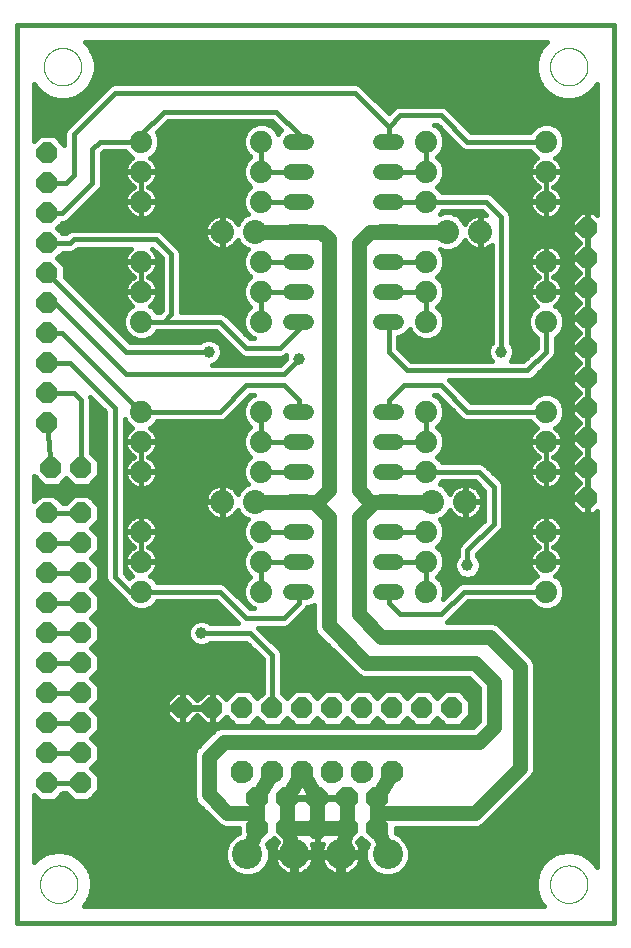
<source format=gtl>
G75*
%MOIN*%
%OFA0B0*%
%FSLAX25Y25*%
%IPPOS*%
%LPD*%
%AMOC8*
5,1,8,0,0,1.08239X$1,22.5*
%
%ADD10C,0.00000*%
%ADD11C,0.01600*%
%ADD12C,0.08000*%
%ADD13C,0.05200*%
%ADD14C,0.07400*%
%ADD15OC8,0.07000*%
%ADD16C,0.10039*%
%ADD17OC8,0.07400*%
%ADD18C,0.07600*%
%ADD19C,0.05000*%
%ADD20C,0.03962*%
D10*
X0016144Y0018050D02*
X0016146Y0018208D01*
X0016152Y0018365D01*
X0016162Y0018523D01*
X0016176Y0018680D01*
X0016194Y0018836D01*
X0016215Y0018993D01*
X0016241Y0019148D01*
X0016271Y0019303D01*
X0016304Y0019457D01*
X0016342Y0019610D01*
X0016383Y0019763D01*
X0016428Y0019914D01*
X0016477Y0020064D01*
X0016530Y0020212D01*
X0016586Y0020360D01*
X0016647Y0020505D01*
X0016710Y0020650D01*
X0016778Y0020792D01*
X0016849Y0020933D01*
X0016923Y0021072D01*
X0017001Y0021209D01*
X0017083Y0021344D01*
X0017167Y0021477D01*
X0017256Y0021608D01*
X0017347Y0021736D01*
X0017442Y0021863D01*
X0017539Y0021986D01*
X0017640Y0022108D01*
X0017744Y0022226D01*
X0017851Y0022342D01*
X0017961Y0022455D01*
X0018073Y0022566D01*
X0018189Y0022673D01*
X0018307Y0022778D01*
X0018427Y0022880D01*
X0018550Y0022978D01*
X0018676Y0023074D01*
X0018804Y0023166D01*
X0018934Y0023255D01*
X0019066Y0023341D01*
X0019201Y0023423D01*
X0019338Y0023502D01*
X0019476Y0023577D01*
X0019616Y0023649D01*
X0019759Y0023717D01*
X0019902Y0023782D01*
X0020048Y0023843D01*
X0020195Y0023900D01*
X0020343Y0023954D01*
X0020493Y0024004D01*
X0020643Y0024050D01*
X0020795Y0024092D01*
X0020948Y0024131D01*
X0021102Y0024165D01*
X0021257Y0024196D01*
X0021412Y0024222D01*
X0021568Y0024245D01*
X0021725Y0024264D01*
X0021882Y0024279D01*
X0022039Y0024290D01*
X0022197Y0024297D01*
X0022355Y0024300D01*
X0022512Y0024299D01*
X0022670Y0024294D01*
X0022827Y0024285D01*
X0022985Y0024272D01*
X0023141Y0024255D01*
X0023298Y0024234D01*
X0023453Y0024210D01*
X0023608Y0024181D01*
X0023763Y0024148D01*
X0023916Y0024112D01*
X0024069Y0024071D01*
X0024220Y0024027D01*
X0024370Y0023979D01*
X0024519Y0023928D01*
X0024667Y0023872D01*
X0024813Y0023813D01*
X0024958Y0023750D01*
X0025101Y0023683D01*
X0025242Y0023613D01*
X0025381Y0023540D01*
X0025519Y0023463D01*
X0025655Y0023382D01*
X0025788Y0023298D01*
X0025919Y0023211D01*
X0026048Y0023120D01*
X0026175Y0023026D01*
X0026300Y0022929D01*
X0026421Y0022829D01*
X0026541Y0022726D01*
X0026657Y0022620D01*
X0026771Y0022511D01*
X0026883Y0022399D01*
X0026991Y0022285D01*
X0027096Y0022167D01*
X0027199Y0022047D01*
X0027298Y0021925D01*
X0027394Y0021800D01*
X0027487Y0021672D01*
X0027577Y0021543D01*
X0027663Y0021411D01*
X0027747Y0021277D01*
X0027826Y0021141D01*
X0027903Y0021003D01*
X0027975Y0020863D01*
X0028044Y0020721D01*
X0028110Y0020578D01*
X0028172Y0020433D01*
X0028230Y0020286D01*
X0028285Y0020138D01*
X0028336Y0019989D01*
X0028383Y0019838D01*
X0028426Y0019687D01*
X0028465Y0019534D01*
X0028501Y0019380D01*
X0028532Y0019226D01*
X0028560Y0019071D01*
X0028584Y0018915D01*
X0028604Y0018758D01*
X0028620Y0018601D01*
X0028632Y0018444D01*
X0028640Y0018287D01*
X0028644Y0018129D01*
X0028644Y0017971D01*
X0028640Y0017813D01*
X0028632Y0017656D01*
X0028620Y0017499D01*
X0028604Y0017342D01*
X0028584Y0017185D01*
X0028560Y0017029D01*
X0028532Y0016874D01*
X0028501Y0016720D01*
X0028465Y0016566D01*
X0028426Y0016413D01*
X0028383Y0016262D01*
X0028336Y0016111D01*
X0028285Y0015962D01*
X0028230Y0015814D01*
X0028172Y0015667D01*
X0028110Y0015522D01*
X0028044Y0015379D01*
X0027975Y0015237D01*
X0027903Y0015097D01*
X0027826Y0014959D01*
X0027747Y0014823D01*
X0027663Y0014689D01*
X0027577Y0014557D01*
X0027487Y0014428D01*
X0027394Y0014300D01*
X0027298Y0014175D01*
X0027199Y0014053D01*
X0027096Y0013933D01*
X0026991Y0013815D01*
X0026883Y0013701D01*
X0026771Y0013589D01*
X0026657Y0013480D01*
X0026541Y0013374D01*
X0026421Y0013271D01*
X0026300Y0013171D01*
X0026175Y0013074D01*
X0026048Y0012980D01*
X0025919Y0012889D01*
X0025788Y0012802D01*
X0025655Y0012718D01*
X0025519Y0012637D01*
X0025381Y0012560D01*
X0025242Y0012487D01*
X0025101Y0012417D01*
X0024958Y0012350D01*
X0024813Y0012287D01*
X0024667Y0012228D01*
X0024519Y0012172D01*
X0024370Y0012121D01*
X0024220Y0012073D01*
X0024069Y0012029D01*
X0023916Y0011988D01*
X0023763Y0011952D01*
X0023608Y0011919D01*
X0023453Y0011890D01*
X0023298Y0011866D01*
X0023141Y0011845D01*
X0022985Y0011828D01*
X0022827Y0011815D01*
X0022670Y0011806D01*
X0022512Y0011801D01*
X0022355Y0011800D01*
X0022197Y0011803D01*
X0022039Y0011810D01*
X0021882Y0011821D01*
X0021725Y0011836D01*
X0021568Y0011855D01*
X0021412Y0011878D01*
X0021257Y0011904D01*
X0021102Y0011935D01*
X0020948Y0011969D01*
X0020795Y0012008D01*
X0020643Y0012050D01*
X0020493Y0012096D01*
X0020343Y0012146D01*
X0020195Y0012200D01*
X0020048Y0012257D01*
X0019902Y0012318D01*
X0019759Y0012383D01*
X0019616Y0012451D01*
X0019476Y0012523D01*
X0019338Y0012598D01*
X0019201Y0012677D01*
X0019066Y0012759D01*
X0018934Y0012845D01*
X0018804Y0012934D01*
X0018676Y0013026D01*
X0018550Y0013122D01*
X0018427Y0013220D01*
X0018307Y0013322D01*
X0018189Y0013427D01*
X0018073Y0013534D01*
X0017961Y0013645D01*
X0017851Y0013758D01*
X0017744Y0013874D01*
X0017640Y0013992D01*
X0017539Y0014114D01*
X0017442Y0014237D01*
X0017347Y0014364D01*
X0017256Y0014492D01*
X0017167Y0014623D01*
X0017083Y0014756D01*
X0017001Y0014891D01*
X0016923Y0015028D01*
X0016849Y0015167D01*
X0016778Y0015308D01*
X0016710Y0015450D01*
X0016647Y0015595D01*
X0016586Y0015740D01*
X0016530Y0015888D01*
X0016477Y0016036D01*
X0016428Y0016186D01*
X0016383Y0016337D01*
X0016342Y0016490D01*
X0016304Y0016643D01*
X0016271Y0016797D01*
X0016241Y0016952D01*
X0016215Y0017107D01*
X0016194Y0017264D01*
X0016176Y0017420D01*
X0016162Y0017577D01*
X0016152Y0017735D01*
X0016146Y0017892D01*
X0016144Y0018050D01*
X0186144Y0018050D02*
X0186146Y0018208D01*
X0186152Y0018365D01*
X0186162Y0018523D01*
X0186176Y0018680D01*
X0186194Y0018836D01*
X0186215Y0018993D01*
X0186241Y0019148D01*
X0186271Y0019303D01*
X0186304Y0019457D01*
X0186342Y0019610D01*
X0186383Y0019763D01*
X0186428Y0019914D01*
X0186477Y0020064D01*
X0186530Y0020212D01*
X0186586Y0020360D01*
X0186647Y0020505D01*
X0186710Y0020650D01*
X0186778Y0020792D01*
X0186849Y0020933D01*
X0186923Y0021072D01*
X0187001Y0021209D01*
X0187083Y0021344D01*
X0187167Y0021477D01*
X0187256Y0021608D01*
X0187347Y0021736D01*
X0187442Y0021863D01*
X0187539Y0021986D01*
X0187640Y0022108D01*
X0187744Y0022226D01*
X0187851Y0022342D01*
X0187961Y0022455D01*
X0188073Y0022566D01*
X0188189Y0022673D01*
X0188307Y0022778D01*
X0188427Y0022880D01*
X0188550Y0022978D01*
X0188676Y0023074D01*
X0188804Y0023166D01*
X0188934Y0023255D01*
X0189066Y0023341D01*
X0189201Y0023423D01*
X0189338Y0023502D01*
X0189476Y0023577D01*
X0189616Y0023649D01*
X0189759Y0023717D01*
X0189902Y0023782D01*
X0190048Y0023843D01*
X0190195Y0023900D01*
X0190343Y0023954D01*
X0190493Y0024004D01*
X0190643Y0024050D01*
X0190795Y0024092D01*
X0190948Y0024131D01*
X0191102Y0024165D01*
X0191257Y0024196D01*
X0191412Y0024222D01*
X0191568Y0024245D01*
X0191725Y0024264D01*
X0191882Y0024279D01*
X0192039Y0024290D01*
X0192197Y0024297D01*
X0192355Y0024300D01*
X0192512Y0024299D01*
X0192670Y0024294D01*
X0192827Y0024285D01*
X0192985Y0024272D01*
X0193141Y0024255D01*
X0193298Y0024234D01*
X0193453Y0024210D01*
X0193608Y0024181D01*
X0193763Y0024148D01*
X0193916Y0024112D01*
X0194069Y0024071D01*
X0194220Y0024027D01*
X0194370Y0023979D01*
X0194519Y0023928D01*
X0194667Y0023872D01*
X0194813Y0023813D01*
X0194958Y0023750D01*
X0195101Y0023683D01*
X0195242Y0023613D01*
X0195381Y0023540D01*
X0195519Y0023463D01*
X0195655Y0023382D01*
X0195788Y0023298D01*
X0195919Y0023211D01*
X0196048Y0023120D01*
X0196175Y0023026D01*
X0196300Y0022929D01*
X0196421Y0022829D01*
X0196541Y0022726D01*
X0196657Y0022620D01*
X0196771Y0022511D01*
X0196883Y0022399D01*
X0196991Y0022285D01*
X0197096Y0022167D01*
X0197199Y0022047D01*
X0197298Y0021925D01*
X0197394Y0021800D01*
X0197487Y0021672D01*
X0197577Y0021543D01*
X0197663Y0021411D01*
X0197747Y0021277D01*
X0197826Y0021141D01*
X0197903Y0021003D01*
X0197975Y0020863D01*
X0198044Y0020721D01*
X0198110Y0020578D01*
X0198172Y0020433D01*
X0198230Y0020286D01*
X0198285Y0020138D01*
X0198336Y0019989D01*
X0198383Y0019838D01*
X0198426Y0019687D01*
X0198465Y0019534D01*
X0198501Y0019380D01*
X0198532Y0019226D01*
X0198560Y0019071D01*
X0198584Y0018915D01*
X0198604Y0018758D01*
X0198620Y0018601D01*
X0198632Y0018444D01*
X0198640Y0018287D01*
X0198644Y0018129D01*
X0198644Y0017971D01*
X0198640Y0017813D01*
X0198632Y0017656D01*
X0198620Y0017499D01*
X0198604Y0017342D01*
X0198584Y0017185D01*
X0198560Y0017029D01*
X0198532Y0016874D01*
X0198501Y0016720D01*
X0198465Y0016566D01*
X0198426Y0016413D01*
X0198383Y0016262D01*
X0198336Y0016111D01*
X0198285Y0015962D01*
X0198230Y0015814D01*
X0198172Y0015667D01*
X0198110Y0015522D01*
X0198044Y0015379D01*
X0197975Y0015237D01*
X0197903Y0015097D01*
X0197826Y0014959D01*
X0197747Y0014823D01*
X0197663Y0014689D01*
X0197577Y0014557D01*
X0197487Y0014428D01*
X0197394Y0014300D01*
X0197298Y0014175D01*
X0197199Y0014053D01*
X0197096Y0013933D01*
X0196991Y0013815D01*
X0196883Y0013701D01*
X0196771Y0013589D01*
X0196657Y0013480D01*
X0196541Y0013374D01*
X0196421Y0013271D01*
X0196300Y0013171D01*
X0196175Y0013074D01*
X0196048Y0012980D01*
X0195919Y0012889D01*
X0195788Y0012802D01*
X0195655Y0012718D01*
X0195519Y0012637D01*
X0195381Y0012560D01*
X0195242Y0012487D01*
X0195101Y0012417D01*
X0194958Y0012350D01*
X0194813Y0012287D01*
X0194667Y0012228D01*
X0194519Y0012172D01*
X0194370Y0012121D01*
X0194220Y0012073D01*
X0194069Y0012029D01*
X0193916Y0011988D01*
X0193763Y0011952D01*
X0193608Y0011919D01*
X0193453Y0011890D01*
X0193298Y0011866D01*
X0193141Y0011845D01*
X0192985Y0011828D01*
X0192827Y0011815D01*
X0192670Y0011806D01*
X0192512Y0011801D01*
X0192355Y0011800D01*
X0192197Y0011803D01*
X0192039Y0011810D01*
X0191882Y0011821D01*
X0191725Y0011836D01*
X0191568Y0011855D01*
X0191412Y0011878D01*
X0191257Y0011904D01*
X0191102Y0011935D01*
X0190948Y0011969D01*
X0190795Y0012008D01*
X0190643Y0012050D01*
X0190493Y0012096D01*
X0190343Y0012146D01*
X0190195Y0012200D01*
X0190048Y0012257D01*
X0189902Y0012318D01*
X0189759Y0012383D01*
X0189616Y0012451D01*
X0189476Y0012523D01*
X0189338Y0012598D01*
X0189201Y0012677D01*
X0189066Y0012759D01*
X0188934Y0012845D01*
X0188804Y0012934D01*
X0188676Y0013026D01*
X0188550Y0013122D01*
X0188427Y0013220D01*
X0188307Y0013322D01*
X0188189Y0013427D01*
X0188073Y0013534D01*
X0187961Y0013645D01*
X0187851Y0013758D01*
X0187744Y0013874D01*
X0187640Y0013992D01*
X0187539Y0014114D01*
X0187442Y0014237D01*
X0187347Y0014364D01*
X0187256Y0014492D01*
X0187167Y0014623D01*
X0187083Y0014756D01*
X0187001Y0014891D01*
X0186923Y0015028D01*
X0186849Y0015167D01*
X0186778Y0015308D01*
X0186710Y0015450D01*
X0186647Y0015595D01*
X0186586Y0015740D01*
X0186530Y0015888D01*
X0186477Y0016036D01*
X0186428Y0016186D01*
X0186383Y0016337D01*
X0186342Y0016490D01*
X0186304Y0016643D01*
X0186271Y0016797D01*
X0186241Y0016952D01*
X0186215Y0017107D01*
X0186194Y0017264D01*
X0186176Y0017420D01*
X0186162Y0017577D01*
X0186152Y0017735D01*
X0186146Y0017892D01*
X0186144Y0018050D01*
X0186144Y0290550D02*
X0186146Y0290708D01*
X0186152Y0290865D01*
X0186162Y0291023D01*
X0186176Y0291180D01*
X0186194Y0291336D01*
X0186215Y0291493D01*
X0186241Y0291648D01*
X0186271Y0291803D01*
X0186304Y0291957D01*
X0186342Y0292110D01*
X0186383Y0292263D01*
X0186428Y0292414D01*
X0186477Y0292564D01*
X0186530Y0292712D01*
X0186586Y0292860D01*
X0186647Y0293005D01*
X0186710Y0293150D01*
X0186778Y0293292D01*
X0186849Y0293433D01*
X0186923Y0293572D01*
X0187001Y0293709D01*
X0187083Y0293844D01*
X0187167Y0293977D01*
X0187256Y0294108D01*
X0187347Y0294236D01*
X0187442Y0294363D01*
X0187539Y0294486D01*
X0187640Y0294608D01*
X0187744Y0294726D01*
X0187851Y0294842D01*
X0187961Y0294955D01*
X0188073Y0295066D01*
X0188189Y0295173D01*
X0188307Y0295278D01*
X0188427Y0295380D01*
X0188550Y0295478D01*
X0188676Y0295574D01*
X0188804Y0295666D01*
X0188934Y0295755D01*
X0189066Y0295841D01*
X0189201Y0295923D01*
X0189338Y0296002D01*
X0189476Y0296077D01*
X0189616Y0296149D01*
X0189759Y0296217D01*
X0189902Y0296282D01*
X0190048Y0296343D01*
X0190195Y0296400D01*
X0190343Y0296454D01*
X0190493Y0296504D01*
X0190643Y0296550D01*
X0190795Y0296592D01*
X0190948Y0296631D01*
X0191102Y0296665D01*
X0191257Y0296696D01*
X0191412Y0296722D01*
X0191568Y0296745D01*
X0191725Y0296764D01*
X0191882Y0296779D01*
X0192039Y0296790D01*
X0192197Y0296797D01*
X0192355Y0296800D01*
X0192512Y0296799D01*
X0192670Y0296794D01*
X0192827Y0296785D01*
X0192985Y0296772D01*
X0193141Y0296755D01*
X0193298Y0296734D01*
X0193453Y0296710D01*
X0193608Y0296681D01*
X0193763Y0296648D01*
X0193916Y0296612D01*
X0194069Y0296571D01*
X0194220Y0296527D01*
X0194370Y0296479D01*
X0194519Y0296428D01*
X0194667Y0296372D01*
X0194813Y0296313D01*
X0194958Y0296250D01*
X0195101Y0296183D01*
X0195242Y0296113D01*
X0195381Y0296040D01*
X0195519Y0295963D01*
X0195655Y0295882D01*
X0195788Y0295798D01*
X0195919Y0295711D01*
X0196048Y0295620D01*
X0196175Y0295526D01*
X0196300Y0295429D01*
X0196421Y0295329D01*
X0196541Y0295226D01*
X0196657Y0295120D01*
X0196771Y0295011D01*
X0196883Y0294899D01*
X0196991Y0294785D01*
X0197096Y0294667D01*
X0197199Y0294547D01*
X0197298Y0294425D01*
X0197394Y0294300D01*
X0197487Y0294172D01*
X0197577Y0294043D01*
X0197663Y0293911D01*
X0197747Y0293777D01*
X0197826Y0293641D01*
X0197903Y0293503D01*
X0197975Y0293363D01*
X0198044Y0293221D01*
X0198110Y0293078D01*
X0198172Y0292933D01*
X0198230Y0292786D01*
X0198285Y0292638D01*
X0198336Y0292489D01*
X0198383Y0292338D01*
X0198426Y0292187D01*
X0198465Y0292034D01*
X0198501Y0291880D01*
X0198532Y0291726D01*
X0198560Y0291571D01*
X0198584Y0291415D01*
X0198604Y0291258D01*
X0198620Y0291101D01*
X0198632Y0290944D01*
X0198640Y0290787D01*
X0198644Y0290629D01*
X0198644Y0290471D01*
X0198640Y0290313D01*
X0198632Y0290156D01*
X0198620Y0289999D01*
X0198604Y0289842D01*
X0198584Y0289685D01*
X0198560Y0289529D01*
X0198532Y0289374D01*
X0198501Y0289220D01*
X0198465Y0289066D01*
X0198426Y0288913D01*
X0198383Y0288762D01*
X0198336Y0288611D01*
X0198285Y0288462D01*
X0198230Y0288314D01*
X0198172Y0288167D01*
X0198110Y0288022D01*
X0198044Y0287879D01*
X0197975Y0287737D01*
X0197903Y0287597D01*
X0197826Y0287459D01*
X0197747Y0287323D01*
X0197663Y0287189D01*
X0197577Y0287057D01*
X0197487Y0286928D01*
X0197394Y0286800D01*
X0197298Y0286675D01*
X0197199Y0286553D01*
X0197096Y0286433D01*
X0196991Y0286315D01*
X0196883Y0286201D01*
X0196771Y0286089D01*
X0196657Y0285980D01*
X0196541Y0285874D01*
X0196421Y0285771D01*
X0196300Y0285671D01*
X0196175Y0285574D01*
X0196048Y0285480D01*
X0195919Y0285389D01*
X0195788Y0285302D01*
X0195655Y0285218D01*
X0195519Y0285137D01*
X0195381Y0285060D01*
X0195242Y0284987D01*
X0195101Y0284917D01*
X0194958Y0284850D01*
X0194813Y0284787D01*
X0194667Y0284728D01*
X0194519Y0284672D01*
X0194370Y0284621D01*
X0194220Y0284573D01*
X0194069Y0284529D01*
X0193916Y0284488D01*
X0193763Y0284452D01*
X0193608Y0284419D01*
X0193453Y0284390D01*
X0193298Y0284366D01*
X0193141Y0284345D01*
X0192985Y0284328D01*
X0192827Y0284315D01*
X0192670Y0284306D01*
X0192512Y0284301D01*
X0192355Y0284300D01*
X0192197Y0284303D01*
X0192039Y0284310D01*
X0191882Y0284321D01*
X0191725Y0284336D01*
X0191568Y0284355D01*
X0191412Y0284378D01*
X0191257Y0284404D01*
X0191102Y0284435D01*
X0190948Y0284469D01*
X0190795Y0284508D01*
X0190643Y0284550D01*
X0190493Y0284596D01*
X0190343Y0284646D01*
X0190195Y0284700D01*
X0190048Y0284757D01*
X0189902Y0284818D01*
X0189759Y0284883D01*
X0189616Y0284951D01*
X0189476Y0285023D01*
X0189338Y0285098D01*
X0189201Y0285177D01*
X0189066Y0285259D01*
X0188934Y0285345D01*
X0188804Y0285434D01*
X0188676Y0285526D01*
X0188550Y0285622D01*
X0188427Y0285720D01*
X0188307Y0285822D01*
X0188189Y0285927D01*
X0188073Y0286034D01*
X0187961Y0286145D01*
X0187851Y0286258D01*
X0187744Y0286374D01*
X0187640Y0286492D01*
X0187539Y0286614D01*
X0187442Y0286737D01*
X0187347Y0286864D01*
X0187256Y0286992D01*
X0187167Y0287123D01*
X0187083Y0287256D01*
X0187001Y0287391D01*
X0186923Y0287528D01*
X0186849Y0287667D01*
X0186778Y0287808D01*
X0186710Y0287950D01*
X0186647Y0288095D01*
X0186586Y0288240D01*
X0186530Y0288388D01*
X0186477Y0288536D01*
X0186428Y0288686D01*
X0186383Y0288837D01*
X0186342Y0288990D01*
X0186304Y0289143D01*
X0186271Y0289297D01*
X0186241Y0289452D01*
X0186215Y0289607D01*
X0186194Y0289764D01*
X0186176Y0289920D01*
X0186162Y0290077D01*
X0186152Y0290235D01*
X0186146Y0290392D01*
X0186144Y0290550D01*
X0017394Y0290550D02*
X0017396Y0290708D01*
X0017402Y0290865D01*
X0017412Y0291023D01*
X0017426Y0291180D01*
X0017444Y0291336D01*
X0017465Y0291493D01*
X0017491Y0291648D01*
X0017521Y0291803D01*
X0017554Y0291957D01*
X0017592Y0292110D01*
X0017633Y0292263D01*
X0017678Y0292414D01*
X0017727Y0292564D01*
X0017780Y0292712D01*
X0017836Y0292860D01*
X0017897Y0293005D01*
X0017960Y0293150D01*
X0018028Y0293292D01*
X0018099Y0293433D01*
X0018173Y0293572D01*
X0018251Y0293709D01*
X0018333Y0293844D01*
X0018417Y0293977D01*
X0018506Y0294108D01*
X0018597Y0294236D01*
X0018692Y0294363D01*
X0018789Y0294486D01*
X0018890Y0294608D01*
X0018994Y0294726D01*
X0019101Y0294842D01*
X0019211Y0294955D01*
X0019323Y0295066D01*
X0019439Y0295173D01*
X0019557Y0295278D01*
X0019677Y0295380D01*
X0019800Y0295478D01*
X0019926Y0295574D01*
X0020054Y0295666D01*
X0020184Y0295755D01*
X0020316Y0295841D01*
X0020451Y0295923D01*
X0020588Y0296002D01*
X0020726Y0296077D01*
X0020866Y0296149D01*
X0021009Y0296217D01*
X0021152Y0296282D01*
X0021298Y0296343D01*
X0021445Y0296400D01*
X0021593Y0296454D01*
X0021743Y0296504D01*
X0021893Y0296550D01*
X0022045Y0296592D01*
X0022198Y0296631D01*
X0022352Y0296665D01*
X0022507Y0296696D01*
X0022662Y0296722D01*
X0022818Y0296745D01*
X0022975Y0296764D01*
X0023132Y0296779D01*
X0023289Y0296790D01*
X0023447Y0296797D01*
X0023605Y0296800D01*
X0023762Y0296799D01*
X0023920Y0296794D01*
X0024077Y0296785D01*
X0024235Y0296772D01*
X0024391Y0296755D01*
X0024548Y0296734D01*
X0024703Y0296710D01*
X0024858Y0296681D01*
X0025013Y0296648D01*
X0025166Y0296612D01*
X0025319Y0296571D01*
X0025470Y0296527D01*
X0025620Y0296479D01*
X0025769Y0296428D01*
X0025917Y0296372D01*
X0026063Y0296313D01*
X0026208Y0296250D01*
X0026351Y0296183D01*
X0026492Y0296113D01*
X0026631Y0296040D01*
X0026769Y0295963D01*
X0026905Y0295882D01*
X0027038Y0295798D01*
X0027169Y0295711D01*
X0027298Y0295620D01*
X0027425Y0295526D01*
X0027550Y0295429D01*
X0027671Y0295329D01*
X0027791Y0295226D01*
X0027907Y0295120D01*
X0028021Y0295011D01*
X0028133Y0294899D01*
X0028241Y0294785D01*
X0028346Y0294667D01*
X0028449Y0294547D01*
X0028548Y0294425D01*
X0028644Y0294300D01*
X0028737Y0294172D01*
X0028827Y0294043D01*
X0028913Y0293911D01*
X0028997Y0293777D01*
X0029076Y0293641D01*
X0029153Y0293503D01*
X0029225Y0293363D01*
X0029294Y0293221D01*
X0029360Y0293078D01*
X0029422Y0292933D01*
X0029480Y0292786D01*
X0029535Y0292638D01*
X0029586Y0292489D01*
X0029633Y0292338D01*
X0029676Y0292187D01*
X0029715Y0292034D01*
X0029751Y0291880D01*
X0029782Y0291726D01*
X0029810Y0291571D01*
X0029834Y0291415D01*
X0029854Y0291258D01*
X0029870Y0291101D01*
X0029882Y0290944D01*
X0029890Y0290787D01*
X0029894Y0290629D01*
X0029894Y0290471D01*
X0029890Y0290313D01*
X0029882Y0290156D01*
X0029870Y0289999D01*
X0029854Y0289842D01*
X0029834Y0289685D01*
X0029810Y0289529D01*
X0029782Y0289374D01*
X0029751Y0289220D01*
X0029715Y0289066D01*
X0029676Y0288913D01*
X0029633Y0288762D01*
X0029586Y0288611D01*
X0029535Y0288462D01*
X0029480Y0288314D01*
X0029422Y0288167D01*
X0029360Y0288022D01*
X0029294Y0287879D01*
X0029225Y0287737D01*
X0029153Y0287597D01*
X0029076Y0287459D01*
X0028997Y0287323D01*
X0028913Y0287189D01*
X0028827Y0287057D01*
X0028737Y0286928D01*
X0028644Y0286800D01*
X0028548Y0286675D01*
X0028449Y0286553D01*
X0028346Y0286433D01*
X0028241Y0286315D01*
X0028133Y0286201D01*
X0028021Y0286089D01*
X0027907Y0285980D01*
X0027791Y0285874D01*
X0027671Y0285771D01*
X0027550Y0285671D01*
X0027425Y0285574D01*
X0027298Y0285480D01*
X0027169Y0285389D01*
X0027038Y0285302D01*
X0026905Y0285218D01*
X0026769Y0285137D01*
X0026631Y0285060D01*
X0026492Y0284987D01*
X0026351Y0284917D01*
X0026208Y0284850D01*
X0026063Y0284787D01*
X0025917Y0284728D01*
X0025769Y0284672D01*
X0025620Y0284621D01*
X0025470Y0284573D01*
X0025319Y0284529D01*
X0025166Y0284488D01*
X0025013Y0284452D01*
X0024858Y0284419D01*
X0024703Y0284390D01*
X0024548Y0284366D01*
X0024391Y0284345D01*
X0024235Y0284328D01*
X0024077Y0284315D01*
X0023920Y0284306D01*
X0023762Y0284301D01*
X0023605Y0284300D01*
X0023447Y0284303D01*
X0023289Y0284310D01*
X0023132Y0284321D01*
X0022975Y0284336D01*
X0022818Y0284355D01*
X0022662Y0284378D01*
X0022507Y0284404D01*
X0022352Y0284435D01*
X0022198Y0284469D01*
X0022045Y0284508D01*
X0021893Y0284550D01*
X0021743Y0284596D01*
X0021593Y0284646D01*
X0021445Y0284700D01*
X0021298Y0284757D01*
X0021152Y0284818D01*
X0021009Y0284883D01*
X0020866Y0284951D01*
X0020726Y0285023D01*
X0020588Y0285098D01*
X0020451Y0285177D01*
X0020316Y0285259D01*
X0020184Y0285345D01*
X0020054Y0285434D01*
X0019926Y0285526D01*
X0019800Y0285622D01*
X0019677Y0285720D01*
X0019557Y0285822D01*
X0019439Y0285927D01*
X0019323Y0286034D01*
X0019211Y0286145D01*
X0019101Y0286258D01*
X0018994Y0286374D01*
X0018890Y0286492D01*
X0018789Y0286614D01*
X0018692Y0286737D01*
X0018597Y0286864D01*
X0018506Y0286992D01*
X0018417Y0287123D01*
X0018333Y0287256D01*
X0018251Y0287391D01*
X0018173Y0287528D01*
X0018099Y0287667D01*
X0018028Y0287808D01*
X0017960Y0287950D01*
X0017897Y0288095D01*
X0017836Y0288240D01*
X0017780Y0288388D01*
X0017727Y0288536D01*
X0017678Y0288686D01*
X0017633Y0288837D01*
X0017592Y0288990D01*
X0017554Y0289143D01*
X0017521Y0289297D01*
X0017491Y0289452D01*
X0017465Y0289607D01*
X0017444Y0289764D01*
X0017426Y0289920D01*
X0017412Y0290077D01*
X0017402Y0290235D01*
X0017396Y0290392D01*
X0017394Y0290550D01*
D11*
X0008644Y0304398D02*
X0008644Y0005107D01*
X0207463Y0005107D01*
X0207463Y0304398D01*
X0008644Y0304398D01*
X0014244Y0284731D02*
X0014802Y0283765D01*
X0016859Y0281708D01*
X0019379Y0280253D01*
X0022189Y0279500D01*
X0025099Y0279500D01*
X0027909Y0280253D01*
X0030429Y0281708D01*
X0032486Y0283765D01*
X0033941Y0286285D01*
X0034694Y0289095D01*
X0034694Y0292005D01*
X0033941Y0294815D01*
X0032486Y0297335D01*
X0031023Y0298798D01*
X0185016Y0298798D01*
X0183552Y0297335D01*
X0182097Y0294815D01*
X0181344Y0292005D01*
X0181344Y0289095D01*
X0182097Y0286285D01*
X0183552Y0283765D01*
X0185609Y0281708D01*
X0188129Y0280253D01*
X0190939Y0279500D01*
X0193849Y0279500D01*
X0196659Y0280253D01*
X0199179Y0281708D01*
X0201236Y0283765D01*
X0201863Y0284851D01*
X0201863Y0241076D01*
X0200840Y0242100D01*
X0198844Y0242100D01*
X0198844Y0237000D01*
X0198444Y0237000D01*
X0198444Y0236600D01*
X0193344Y0236600D01*
X0193344Y0234605D01*
X0196149Y0231800D01*
X0193344Y0228995D01*
X0193344Y0227000D01*
X0198444Y0227000D01*
X0198444Y0226600D01*
X0193344Y0226600D01*
X0193344Y0224605D01*
X0196149Y0221800D01*
X0193344Y0218995D01*
X0193344Y0217000D01*
X0198444Y0217000D01*
X0198444Y0216600D01*
X0193344Y0216600D01*
X0193344Y0214605D01*
X0196149Y0211800D01*
X0193344Y0208995D01*
X0193344Y0207000D01*
X0198444Y0207000D01*
X0198444Y0206600D01*
X0193344Y0206600D01*
X0193344Y0204605D01*
X0196149Y0201800D01*
X0193344Y0198995D01*
X0193344Y0197000D01*
X0198444Y0197000D01*
X0198444Y0196600D01*
X0193344Y0196600D01*
X0193344Y0194605D01*
X0196149Y0191800D01*
X0193344Y0188995D01*
X0193344Y0187000D01*
X0198444Y0187000D01*
X0198444Y0186600D01*
X0193344Y0186600D01*
X0193344Y0184605D01*
X0196149Y0181800D01*
X0193344Y0178995D01*
X0193344Y0177000D01*
X0198444Y0177000D01*
X0198444Y0176600D01*
X0193344Y0176600D01*
X0193344Y0174605D01*
X0196149Y0171800D01*
X0193344Y0168995D01*
X0193344Y0167000D01*
X0198444Y0167000D01*
X0198444Y0166600D01*
X0193344Y0166600D01*
X0193344Y0164605D01*
X0196149Y0161800D01*
X0193344Y0158995D01*
X0193344Y0157000D01*
X0198444Y0157000D01*
X0198444Y0156600D01*
X0193344Y0156600D01*
X0193344Y0154605D01*
X0196149Y0151800D01*
X0193344Y0148995D01*
X0193344Y0147000D01*
X0198444Y0147000D01*
X0198444Y0146600D01*
X0193344Y0146600D01*
X0193344Y0144605D01*
X0196449Y0141500D01*
X0198444Y0141500D01*
X0198444Y0146600D01*
X0198844Y0146600D01*
X0198844Y0141500D01*
X0200840Y0141500D01*
X0201863Y0142524D01*
X0201863Y0023749D01*
X0201236Y0024835D01*
X0199179Y0026892D01*
X0196659Y0028347D01*
X0193849Y0029100D01*
X0190939Y0029100D01*
X0188129Y0028347D01*
X0185609Y0026892D01*
X0183552Y0024835D01*
X0182097Y0022315D01*
X0181344Y0019505D01*
X0181344Y0016595D01*
X0182097Y0013785D01*
X0183552Y0011265D01*
X0184110Y0010707D01*
X0030678Y0010707D01*
X0031236Y0011265D01*
X0032691Y0013785D01*
X0033444Y0016595D01*
X0033444Y0019505D01*
X0032691Y0022315D01*
X0031236Y0024835D01*
X0029179Y0026892D01*
X0026659Y0028347D01*
X0023849Y0029100D01*
X0020939Y0029100D01*
X0018129Y0028347D01*
X0015609Y0026892D01*
X0014244Y0025527D01*
X0014244Y0047856D01*
X0016200Y0045900D01*
X0021088Y0045900D01*
X0023788Y0048600D01*
X0024750Y0048600D01*
X0027450Y0045900D01*
X0032338Y0045900D01*
X0035794Y0049356D01*
X0035794Y0054244D01*
X0033238Y0056800D01*
X0035794Y0059356D01*
X0035794Y0064244D01*
X0033238Y0066800D01*
X0035794Y0069356D01*
X0035794Y0074244D01*
X0033238Y0076800D01*
X0035794Y0079356D01*
X0035794Y0084244D01*
X0033238Y0086800D01*
X0035794Y0089356D01*
X0035794Y0094244D01*
X0033238Y0096800D01*
X0035794Y0099356D01*
X0035794Y0104244D01*
X0033238Y0106800D01*
X0035794Y0109356D01*
X0035794Y0114244D01*
X0033238Y0116800D01*
X0035794Y0119356D01*
X0035794Y0124244D01*
X0033238Y0126800D01*
X0035794Y0129356D01*
X0035794Y0134244D01*
X0033238Y0136800D01*
X0035794Y0139356D01*
X0035794Y0144244D01*
X0032338Y0147700D01*
X0027450Y0147700D01*
X0024750Y0145000D01*
X0023788Y0145000D01*
X0021088Y0147700D01*
X0016200Y0147700D01*
X0014244Y0145744D01*
X0014244Y0154106D01*
X0017450Y0150900D01*
X0022338Y0150900D01*
X0024894Y0153456D01*
X0027450Y0150900D01*
X0032338Y0150900D01*
X0035794Y0154356D01*
X0035794Y0159244D01*
X0033094Y0161944D01*
X0033094Y0179937D01*
X0032820Y0180599D01*
X0037944Y0175475D01*
X0037944Y0119913D01*
X0038431Y0118737D01*
X0043431Y0113737D01*
X0044332Y0112837D01*
X0044433Y0112795D01*
X0044723Y0112095D01*
X0046439Y0110379D01*
X0048681Y0109450D01*
X0051108Y0109450D01*
X0053350Y0110379D01*
X0055066Y0112095D01*
X0055171Y0112350D01*
X0074819Y0112350D01*
X0082169Y0105000D01*
X0072890Y0105000D01*
X0072376Y0105514D01*
X0070766Y0106181D01*
X0069023Y0106181D01*
X0067412Y0105514D01*
X0066180Y0104282D01*
X0065513Y0102671D01*
X0065513Y0100929D01*
X0066180Y0099318D01*
X0067412Y0098086D01*
X0069023Y0097419D01*
X0070766Y0097419D01*
X0072376Y0098086D01*
X0072890Y0098600D01*
X0084819Y0098600D01*
X0090444Y0092975D01*
X0090444Y0081944D01*
X0088644Y0080144D01*
X0086088Y0082700D01*
X0081200Y0082700D01*
X0078220Y0079720D01*
X0075840Y0082100D01*
X0073844Y0082100D01*
X0073844Y0077000D01*
X0073444Y0077000D01*
X0073444Y0076600D01*
X0063844Y0076600D01*
X0063844Y0071500D01*
X0065840Y0071500D01*
X0068644Y0074305D01*
X0071449Y0071500D01*
X0073444Y0071500D01*
X0073444Y0076600D01*
X0073844Y0076600D01*
X0073844Y0071500D01*
X0075840Y0071500D01*
X0078220Y0073880D01*
X0081200Y0070900D01*
X0086088Y0070900D01*
X0088644Y0073456D01*
X0091200Y0070900D01*
X0096088Y0070900D01*
X0098644Y0073456D01*
X0101200Y0070900D01*
X0106088Y0070900D01*
X0108644Y0073456D01*
X0111200Y0070900D01*
X0116088Y0070900D01*
X0118644Y0073456D01*
X0121200Y0070900D01*
X0126088Y0070900D01*
X0128644Y0073456D01*
X0131200Y0070900D01*
X0136088Y0070900D01*
X0138644Y0073456D01*
X0141200Y0070900D01*
X0146088Y0070900D01*
X0148644Y0073456D01*
X0151200Y0070900D01*
X0156088Y0070900D01*
X0159544Y0074356D01*
X0159544Y0079244D01*
X0156088Y0082700D01*
X0151200Y0082700D01*
X0148644Y0080144D01*
X0146088Y0082700D01*
X0141200Y0082700D01*
X0138644Y0080144D01*
X0136088Y0082700D01*
X0131200Y0082700D01*
X0128644Y0080144D01*
X0126088Y0082700D01*
X0121200Y0082700D01*
X0118644Y0080144D01*
X0116088Y0082700D01*
X0111200Y0082700D01*
X0108644Y0080144D01*
X0106088Y0082700D01*
X0101200Y0082700D01*
X0098644Y0080144D01*
X0096844Y0081944D01*
X0096844Y0094937D01*
X0096357Y0096113D01*
X0088870Y0103600D01*
X0098031Y0103600D01*
X0099207Y0104087D01*
X0104207Y0109087D01*
X0105107Y0109987D01*
X0105340Y0110550D01*
X0105989Y0110550D01*
X0107494Y0111174D01*
X0107494Y0103325D01*
X0108240Y0101524D01*
X0120740Y0089024D01*
X0122119Y0087646D01*
X0123920Y0086900D01*
X0159115Y0086900D01*
X0162494Y0083520D01*
X0162494Y0072580D01*
X0160365Y0070450D01*
X0076420Y0070450D01*
X0074619Y0069704D01*
X0069619Y0064704D01*
X0068240Y0063326D01*
X0067494Y0061525D01*
X0067494Y0047075D01*
X0068240Y0045274D01*
X0074490Y0039024D01*
X0075869Y0037646D01*
X0077670Y0036900D01*
X0082544Y0036900D01*
X0082544Y0034957D01*
X0081055Y0034340D01*
X0078968Y0032253D01*
X0077839Y0029526D01*
X0077839Y0026574D01*
X0078968Y0023847D01*
X0081055Y0021760D01*
X0083782Y0020630D01*
X0086734Y0020630D01*
X0089461Y0021760D01*
X0091548Y0023847D01*
X0092678Y0026574D01*
X0092678Y0029526D01*
X0091893Y0031422D01*
X0094068Y0033598D01*
X0095450Y0032216D01*
X0095166Y0031847D01*
X0094719Y0031073D01*
X0094377Y0030247D01*
X0094146Y0029383D01*
X0094076Y0028850D01*
X0100049Y0028850D01*
X0100049Y0027250D01*
X0101649Y0027250D01*
X0101649Y0028850D01*
X0107622Y0028850D01*
X0107552Y0029383D01*
X0107321Y0030247D01*
X0106978Y0031073D01*
X0106847Y0031300D01*
X0108444Y0031300D01*
X0108444Y0036600D01*
X0104144Y0036600D01*
X0098844Y0036600D01*
X0098844Y0037000D01*
X0098444Y0037000D01*
X0098444Y0042300D01*
X0098444Y0046600D01*
X0098844Y0046600D01*
X0098844Y0037000D01*
X0108444Y0037000D01*
X0108444Y0036600D01*
X0108844Y0036600D01*
X0108844Y0031300D01*
X0110441Y0031300D01*
X0110310Y0031073D01*
X0109968Y0030247D01*
X0109736Y0029383D01*
X0109666Y0028850D01*
X0115639Y0028850D01*
X0115639Y0027250D01*
X0109666Y0027250D01*
X0109736Y0026717D01*
X0109968Y0025853D01*
X0110310Y0025027D01*
X0110757Y0024253D01*
X0111301Y0023544D01*
X0111933Y0022912D01*
X0112643Y0022367D01*
X0113417Y0021920D01*
X0114243Y0021578D01*
X0115106Y0021347D01*
X0115639Y0021277D01*
X0115639Y0027250D01*
X0117239Y0027250D01*
X0117239Y0021277D01*
X0117773Y0021347D01*
X0118636Y0021578D01*
X0119462Y0021920D01*
X0120236Y0022367D01*
X0120946Y0022912D01*
X0121578Y0023544D01*
X0122122Y0024253D01*
X0122569Y0025027D01*
X0122911Y0025853D01*
X0123142Y0026717D01*
X0123213Y0027250D01*
X0117240Y0027250D01*
X0117240Y0028850D01*
X0123213Y0028850D01*
X0123142Y0029383D01*
X0122911Y0030247D01*
X0122569Y0031073D01*
X0122122Y0031847D01*
X0121839Y0032216D01*
X0123220Y0033598D01*
X0125396Y0031422D01*
X0124610Y0029526D01*
X0124610Y0026574D01*
X0125740Y0023847D01*
X0127827Y0021760D01*
X0130554Y0020630D01*
X0133506Y0020630D01*
X0136233Y0021760D01*
X0138320Y0023847D01*
X0139450Y0026574D01*
X0139450Y0029526D01*
X0138320Y0032253D01*
X0136233Y0034340D01*
X0134744Y0034957D01*
X0134744Y0036900D01*
X0162119Y0036900D01*
X0163920Y0037646D01*
X0165298Y0039024D01*
X0165298Y0039024D01*
X0180298Y0054024D01*
X0181044Y0055825D01*
X0181044Y0091525D01*
X0180298Y0093326D01*
X0178920Y0094704D01*
X0170298Y0103326D01*
X0168920Y0104704D01*
X0167119Y0105450D01*
X0151820Y0105450D01*
X0158720Y0112350D01*
X0179617Y0112350D01*
X0179723Y0112095D01*
X0181439Y0110379D01*
X0183681Y0109450D01*
X0186108Y0109450D01*
X0188350Y0110379D01*
X0190066Y0112095D01*
X0190994Y0114337D01*
X0190994Y0116763D01*
X0190066Y0119005D01*
X0188350Y0120721D01*
X0187875Y0120918D01*
X0188477Y0121355D01*
X0189089Y0121967D01*
X0189598Y0122667D01*
X0189991Y0123439D01*
X0190259Y0124262D01*
X0190394Y0125117D01*
X0190394Y0125464D01*
X0184980Y0125464D01*
X0184980Y0125636D01*
X0184808Y0125636D01*
X0184808Y0125464D01*
X0179394Y0125464D01*
X0179394Y0125117D01*
X0179530Y0124262D01*
X0179797Y0123439D01*
X0180190Y0122667D01*
X0180699Y0121967D01*
X0181311Y0121355D01*
X0181913Y0120918D01*
X0181439Y0120721D01*
X0179723Y0119005D01*
X0179617Y0118750D01*
X0156758Y0118750D01*
X0155582Y0118263D01*
X0154681Y0117363D01*
X0150527Y0113208D01*
X0150994Y0114337D01*
X0150994Y0116763D01*
X0150066Y0119005D01*
X0148521Y0120550D01*
X0150066Y0122095D01*
X0150994Y0124337D01*
X0150994Y0126763D01*
X0150066Y0129005D01*
X0148521Y0130550D01*
X0150066Y0132095D01*
X0150994Y0134337D01*
X0150994Y0136763D01*
X0150066Y0139005D01*
X0149407Y0139664D01*
X0150520Y0140124D01*
X0152320Y0141925D01*
X0152729Y0142912D01*
X0152934Y0142510D01*
X0153470Y0141772D01*
X0154116Y0141126D01*
X0154854Y0140589D01*
X0155668Y0140175D01*
X0156536Y0139893D01*
X0157438Y0139750D01*
X0157694Y0139750D01*
X0157694Y0145350D01*
X0158094Y0145350D01*
X0158094Y0139750D01*
X0158351Y0139750D01*
X0159252Y0139893D01*
X0160121Y0140175D01*
X0160934Y0140589D01*
X0161673Y0141126D01*
X0162318Y0141772D01*
X0162855Y0142510D01*
X0163269Y0143324D01*
X0163551Y0144192D01*
X0163694Y0145094D01*
X0163694Y0145350D01*
X0158094Y0145350D01*
X0158094Y0145750D01*
X0157694Y0145750D01*
X0157694Y0151350D01*
X0157438Y0151350D01*
X0156536Y0151207D01*
X0155668Y0150925D01*
X0154854Y0150511D01*
X0154116Y0149974D01*
X0153470Y0149328D01*
X0152934Y0148590D01*
X0152729Y0148188D01*
X0152320Y0149175D01*
X0150520Y0150976D01*
X0149407Y0151436D01*
X0150066Y0152095D01*
X0150171Y0152350D01*
X0161069Y0152350D01*
X0164194Y0149225D01*
X0164194Y0139375D01*
X0155931Y0131113D01*
X0155444Y0129937D01*
X0155444Y0127296D01*
X0154930Y0126782D01*
X0154263Y0125171D01*
X0154263Y0123429D01*
X0154930Y0121818D01*
X0156162Y0120586D01*
X0157773Y0119919D01*
X0159516Y0119919D01*
X0161126Y0120586D01*
X0162358Y0121818D01*
X0163025Y0123429D01*
X0163025Y0125171D01*
X0162358Y0126782D01*
X0161844Y0127296D01*
X0161844Y0127975D01*
X0169207Y0135337D01*
X0170107Y0136237D01*
X0170594Y0137413D01*
X0170594Y0151187D01*
X0170107Y0152363D01*
X0165107Y0157363D01*
X0164207Y0158263D01*
X0163031Y0158750D01*
X0150171Y0158750D01*
X0150066Y0159005D01*
X0148521Y0160550D01*
X0150066Y0162095D01*
X0150994Y0164337D01*
X0150994Y0166763D01*
X0150066Y0169005D01*
X0148521Y0170550D01*
X0150066Y0172095D01*
X0150994Y0174337D01*
X0150994Y0176763D01*
X0150066Y0179005D01*
X0148350Y0180721D01*
X0147435Y0181100D01*
X0148569Y0181100D01*
X0156832Y0172837D01*
X0158008Y0172350D01*
X0179617Y0172350D01*
X0179723Y0172095D01*
X0181439Y0170379D01*
X0181913Y0170182D01*
X0181311Y0169745D01*
X0180699Y0169133D01*
X0180190Y0168433D01*
X0179797Y0167661D01*
X0179530Y0166838D01*
X0179394Y0165983D01*
X0179394Y0165636D01*
X0184808Y0165636D01*
X0184808Y0165464D01*
X0179394Y0165464D01*
X0179394Y0165117D01*
X0179530Y0164262D01*
X0179797Y0163439D01*
X0180190Y0162667D01*
X0180699Y0161967D01*
X0181311Y0161355D01*
X0182012Y0160846D01*
X0182592Y0160550D01*
X0182012Y0160254D01*
X0181311Y0159745D01*
X0180699Y0159133D01*
X0180190Y0158433D01*
X0179797Y0157661D01*
X0179530Y0156838D01*
X0179394Y0155983D01*
X0179394Y0155636D01*
X0184808Y0155636D01*
X0184808Y0155464D01*
X0179394Y0155464D01*
X0179394Y0155117D01*
X0179530Y0154262D01*
X0179797Y0153439D01*
X0180190Y0152667D01*
X0180699Y0151967D01*
X0181311Y0151355D01*
X0182012Y0150846D01*
X0182783Y0150453D01*
X0183606Y0150185D01*
X0184461Y0150050D01*
X0184808Y0150050D01*
X0184808Y0155464D01*
X0184980Y0155464D01*
X0184980Y0150050D01*
X0185327Y0150050D01*
X0186182Y0150185D01*
X0187005Y0150453D01*
X0187777Y0150846D01*
X0188477Y0151355D01*
X0189089Y0151967D01*
X0189598Y0152667D01*
X0189991Y0153439D01*
X0190259Y0154262D01*
X0190394Y0155117D01*
X0190394Y0155464D01*
X0184980Y0155464D01*
X0184980Y0155636D01*
X0184808Y0155636D01*
X0184808Y0160050D01*
X0184808Y0165464D01*
X0184980Y0165464D01*
X0184980Y0155636D01*
X0190394Y0155636D01*
X0190394Y0155983D01*
X0190259Y0156838D01*
X0189991Y0157661D01*
X0189598Y0158433D01*
X0189089Y0159133D01*
X0188477Y0159745D01*
X0187777Y0160254D01*
X0187196Y0160550D01*
X0187777Y0160846D01*
X0188477Y0161355D01*
X0189089Y0161967D01*
X0189598Y0162667D01*
X0189991Y0163439D01*
X0190259Y0164262D01*
X0190394Y0165117D01*
X0190394Y0165464D01*
X0184980Y0165464D01*
X0184980Y0165636D01*
X0190394Y0165636D01*
X0190394Y0165983D01*
X0190259Y0166838D01*
X0189991Y0167661D01*
X0189598Y0168433D01*
X0189089Y0169133D01*
X0188477Y0169745D01*
X0187875Y0170182D01*
X0188350Y0170379D01*
X0190066Y0172095D01*
X0190994Y0174337D01*
X0190994Y0176763D01*
X0190066Y0179005D01*
X0188350Y0180721D01*
X0186108Y0181650D01*
X0183681Y0181650D01*
X0181439Y0180721D01*
X0179723Y0179005D01*
X0179617Y0178750D01*
X0159970Y0178750D01*
X0152620Y0186100D01*
X0179281Y0186100D01*
X0180457Y0186587D01*
X0181357Y0187487D01*
X0187607Y0193737D01*
X0188094Y0194913D01*
X0188094Y0200273D01*
X0188350Y0200379D01*
X0190066Y0202095D01*
X0190994Y0204337D01*
X0190994Y0206763D01*
X0190066Y0209005D01*
X0188350Y0210721D01*
X0187875Y0210918D01*
X0188477Y0211355D01*
X0189089Y0211967D01*
X0189598Y0212667D01*
X0189991Y0213439D01*
X0190259Y0214262D01*
X0190394Y0215117D01*
X0190394Y0215464D01*
X0184980Y0215464D01*
X0184980Y0215636D01*
X0184808Y0215636D01*
X0184808Y0215464D01*
X0179394Y0215464D01*
X0179394Y0215117D01*
X0179530Y0214262D01*
X0179797Y0213439D01*
X0180190Y0212667D01*
X0180699Y0211967D01*
X0181311Y0211355D01*
X0181913Y0210918D01*
X0181439Y0210721D01*
X0179723Y0209005D01*
X0178794Y0206763D01*
X0178794Y0204337D01*
X0179723Y0202095D01*
X0181439Y0200379D01*
X0181694Y0200273D01*
X0181694Y0196875D01*
X0177319Y0192500D01*
X0173040Y0192500D01*
X0173608Y0193068D01*
X0174275Y0194679D01*
X0174275Y0196421D01*
X0173608Y0198032D01*
X0173094Y0198546D01*
X0173094Y0241187D01*
X0172607Y0242363D01*
X0167607Y0247363D01*
X0166707Y0248263D01*
X0165531Y0248750D01*
X0150171Y0248750D01*
X0150066Y0249005D01*
X0148521Y0250550D01*
X0150066Y0252095D01*
X0150994Y0254337D01*
X0150994Y0256763D01*
X0150066Y0259005D01*
X0148521Y0260550D01*
X0150066Y0262095D01*
X0150994Y0264337D01*
X0150994Y0266763D01*
X0150066Y0269005D01*
X0148350Y0270721D01*
X0147435Y0271100D01*
X0148569Y0271100D01*
X0156832Y0262837D01*
X0158008Y0262350D01*
X0179617Y0262350D01*
X0179723Y0262095D01*
X0181439Y0260379D01*
X0181913Y0260182D01*
X0181311Y0259745D01*
X0180699Y0259133D01*
X0180190Y0258433D01*
X0179797Y0257661D01*
X0179530Y0256838D01*
X0179394Y0255983D01*
X0179394Y0255636D01*
X0184808Y0255636D01*
X0184808Y0255464D01*
X0179394Y0255464D01*
X0179394Y0255117D01*
X0179530Y0254262D01*
X0179797Y0253439D01*
X0180190Y0252667D01*
X0180699Y0251967D01*
X0181311Y0251355D01*
X0182012Y0250846D01*
X0182592Y0250550D01*
X0182012Y0250254D01*
X0181311Y0249745D01*
X0180699Y0249133D01*
X0180190Y0248433D01*
X0179797Y0247661D01*
X0179530Y0246838D01*
X0179394Y0245983D01*
X0179394Y0245636D01*
X0184808Y0245636D01*
X0184808Y0245464D01*
X0179394Y0245464D01*
X0179394Y0245117D01*
X0179530Y0244262D01*
X0179797Y0243439D01*
X0180190Y0242667D01*
X0180699Y0241967D01*
X0181311Y0241355D01*
X0182012Y0240846D01*
X0182783Y0240453D01*
X0183606Y0240185D01*
X0184461Y0240050D01*
X0184808Y0240050D01*
X0184808Y0245464D01*
X0184980Y0245464D01*
X0184980Y0240050D01*
X0185327Y0240050D01*
X0186182Y0240185D01*
X0187005Y0240453D01*
X0187777Y0240846D01*
X0188477Y0241355D01*
X0189089Y0241967D01*
X0189598Y0242667D01*
X0189991Y0243439D01*
X0190259Y0244262D01*
X0190394Y0245117D01*
X0190394Y0245464D01*
X0184980Y0245464D01*
X0184980Y0245636D01*
X0184808Y0245636D01*
X0184808Y0250050D01*
X0184808Y0255464D01*
X0184980Y0255464D01*
X0184980Y0245636D01*
X0190394Y0245636D01*
X0190394Y0245983D01*
X0190259Y0246838D01*
X0189991Y0247661D01*
X0189598Y0248433D01*
X0189089Y0249133D01*
X0188477Y0249745D01*
X0187777Y0250254D01*
X0187196Y0250550D01*
X0187777Y0250846D01*
X0188477Y0251355D01*
X0189089Y0251967D01*
X0189598Y0252667D01*
X0189991Y0253439D01*
X0190259Y0254262D01*
X0190394Y0255117D01*
X0190394Y0255464D01*
X0184980Y0255464D01*
X0184980Y0255636D01*
X0190394Y0255636D01*
X0190394Y0255983D01*
X0190259Y0256838D01*
X0189991Y0257661D01*
X0189598Y0258433D01*
X0189089Y0259133D01*
X0188477Y0259745D01*
X0187875Y0260182D01*
X0188350Y0260379D01*
X0190066Y0262095D01*
X0190994Y0264337D01*
X0190994Y0266763D01*
X0190066Y0269005D01*
X0188350Y0270721D01*
X0186108Y0271650D01*
X0183681Y0271650D01*
X0181439Y0270721D01*
X0179723Y0269005D01*
X0179617Y0268750D01*
X0159970Y0268750D01*
X0152607Y0276113D01*
X0151707Y0277013D01*
X0150531Y0277500D01*
X0135508Y0277500D01*
X0134332Y0277013D01*
X0132394Y0275075D01*
X0122957Y0284513D01*
X0121781Y0285000D01*
X0040508Y0285000D01*
X0039332Y0284513D01*
X0038431Y0283613D01*
X0024681Y0269863D01*
X0024194Y0268687D01*
X0024194Y0264594D01*
X0021088Y0267700D01*
X0016200Y0267700D01*
X0014244Y0265744D01*
X0014244Y0284731D01*
X0014244Y0284699D02*
X0014263Y0284699D01*
X0014244Y0283101D02*
X0015466Y0283101D01*
X0014244Y0281502D02*
X0017215Y0281502D01*
X0014244Y0279904D02*
X0020683Y0279904D01*
X0026606Y0279904D02*
X0034722Y0279904D01*
X0033124Y0278305D02*
X0014244Y0278305D01*
X0014244Y0276707D02*
X0031525Y0276707D01*
X0029927Y0275108D02*
X0014244Y0275108D01*
X0014244Y0273510D02*
X0028328Y0273510D01*
X0026730Y0271911D02*
X0014244Y0271911D01*
X0014244Y0270313D02*
X0025131Y0270313D01*
X0024206Y0268714D02*
X0014244Y0268714D01*
X0014244Y0267116D02*
X0015616Y0267116D01*
X0021672Y0267116D02*
X0024194Y0267116D01*
X0024194Y0265517D02*
X0023271Y0265517D01*
X0027394Y0268050D02*
X0041144Y0281800D01*
X0121144Y0281800D01*
X0132394Y0270550D01*
X0136144Y0274300D01*
X0149894Y0274300D01*
X0158644Y0265550D01*
X0184894Y0265550D01*
X0181030Y0270313D02*
X0158407Y0270313D01*
X0156808Y0271911D02*
X0201863Y0271911D01*
X0201863Y0270313D02*
X0188758Y0270313D01*
X0190186Y0268714D02*
X0201863Y0268714D01*
X0201863Y0267116D02*
X0190848Y0267116D01*
X0190994Y0265517D02*
X0201863Y0265517D01*
X0201863Y0263919D02*
X0190821Y0263919D01*
X0190159Y0262320D02*
X0201863Y0262320D01*
X0201863Y0260722D02*
X0188693Y0260722D01*
X0189097Y0259123D02*
X0201863Y0259123D01*
X0201863Y0257525D02*
X0190036Y0257525D01*
X0190394Y0255926D02*
X0201863Y0255926D01*
X0201863Y0254328D02*
X0190269Y0254328D01*
X0189630Y0252729D02*
X0201863Y0252729D01*
X0201863Y0251131D02*
X0188168Y0251131D01*
X0188690Y0249532D02*
X0201863Y0249532D01*
X0201863Y0247934D02*
X0189853Y0247934D01*
X0190338Y0246335D02*
X0201863Y0246335D01*
X0201863Y0244737D02*
X0190334Y0244737D01*
X0189838Y0243138D02*
X0201863Y0243138D01*
X0201863Y0241539D02*
X0201400Y0241539D01*
X0198844Y0241539D02*
X0198444Y0241539D01*
X0198444Y0242100D02*
X0196449Y0242100D01*
X0193344Y0238995D01*
X0193344Y0237000D01*
X0198444Y0237000D01*
X0198444Y0242100D01*
X0198444Y0239941D02*
X0198844Y0239941D01*
X0198844Y0238342D02*
X0198444Y0238342D01*
X0198444Y0236744D02*
X0173094Y0236744D01*
X0173094Y0238342D02*
X0193344Y0238342D01*
X0194290Y0239941D02*
X0173094Y0239941D01*
X0172948Y0241539D02*
X0181127Y0241539D01*
X0179950Y0243138D02*
X0171832Y0243138D01*
X0170233Y0244737D02*
X0179454Y0244737D01*
X0179450Y0246335D02*
X0168635Y0246335D01*
X0167036Y0247934D02*
X0179936Y0247934D01*
X0181098Y0249532D02*
X0149539Y0249532D01*
X0149101Y0251131D02*
X0181620Y0251131D01*
X0180159Y0252729D02*
X0150328Y0252729D01*
X0150990Y0254328D02*
X0179519Y0254328D01*
X0179394Y0255926D02*
X0150994Y0255926D01*
X0150679Y0257525D02*
X0179753Y0257525D01*
X0180692Y0259123D02*
X0149948Y0259123D01*
X0148692Y0260722D02*
X0181096Y0260722D01*
X0179629Y0262320D02*
X0150159Y0262320D01*
X0150821Y0263919D02*
X0155750Y0263919D01*
X0154152Y0265517D02*
X0150994Y0265517D01*
X0150848Y0267116D02*
X0152553Y0267116D01*
X0150955Y0268714D02*
X0150186Y0268714D01*
X0149356Y0270313D02*
X0148758Y0270313D01*
X0144894Y0265550D02*
X0144894Y0255550D01*
X0132394Y0255550D01*
X0132394Y0245550D02*
X0144894Y0245550D01*
X0164894Y0245550D01*
X0169894Y0240550D01*
X0169894Y0195550D01*
X0166748Y0192500D02*
X0139970Y0192500D01*
X0135594Y0196875D01*
X0135594Y0200550D01*
X0135989Y0200550D01*
X0137826Y0201311D01*
X0139233Y0202718D01*
X0139349Y0202998D01*
X0139723Y0202095D01*
X0141439Y0200379D01*
X0143681Y0199450D01*
X0146108Y0199450D01*
X0148350Y0200379D01*
X0150066Y0202095D01*
X0150994Y0204337D01*
X0150994Y0206763D01*
X0150066Y0209005D01*
X0148521Y0210550D01*
X0150066Y0212095D01*
X0150994Y0214337D01*
X0150994Y0216763D01*
X0150066Y0219005D01*
X0148521Y0220550D01*
X0150066Y0222095D01*
X0150994Y0224337D01*
X0150994Y0226763D01*
X0150066Y0229005D01*
X0149426Y0229645D01*
X0150621Y0229150D01*
X0153167Y0229150D01*
X0155520Y0230124D01*
X0157320Y0231925D01*
X0157729Y0232912D01*
X0157934Y0232510D01*
X0158470Y0231772D01*
X0159116Y0231126D01*
X0159854Y0230589D01*
X0160668Y0230175D01*
X0161536Y0229893D01*
X0162438Y0229750D01*
X0162694Y0229750D01*
X0162694Y0235350D01*
X0163094Y0235350D01*
X0163094Y0229750D01*
X0163351Y0229750D01*
X0164252Y0229893D01*
X0165121Y0230175D01*
X0165934Y0230589D01*
X0166673Y0231126D01*
X0166694Y0231148D01*
X0166694Y0198546D01*
X0166180Y0198032D01*
X0165513Y0196421D01*
X0165513Y0194679D01*
X0166180Y0193068D01*
X0166748Y0192500D01*
X0165966Y0193584D02*
X0138886Y0193584D01*
X0137287Y0195183D02*
X0165513Y0195183D01*
X0165662Y0196781D02*
X0135688Y0196781D01*
X0135594Y0198380D02*
X0166528Y0198380D01*
X0166694Y0199978D02*
X0147383Y0199978D01*
X0149548Y0201577D02*
X0166694Y0201577D01*
X0166694Y0203175D02*
X0150513Y0203175D01*
X0150994Y0204774D02*
X0166694Y0204774D01*
X0166694Y0206372D02*
X0150994Y0206372D01*
X0150494Y0207971D02*
X0166694Y0207971D01*
X0166694Y0209569D02*
X0149502Y0209569D01*
X0149139Y0211168D02*
X0166694Y0211168D01*
X0166694Y0212766D02*
X0150344Y0212766D01*
X0150994Y0214365D02*
X0166694Y0214365D01*
X0166694Y0215963D02*
X0150994Y0215963D01*
X0150663Y0217562D02*
X0166694Y0217562D01*
X0166694Y0219160D02*
X0149911Y0219160D01*
X0148730Y0220759D02*
X0166694Y0220759D01*
X0166694Y0222357D02*
X0150174Y0222357D01*
X0150836Y0223956D02*
X0166694Y0223956D01*
X0166694Y0225554D02*
X0150994Y0225554D01*
X0150833Y0227153D02*
X0166694Y0227153D01*
X0166694Y0228751D02*
X0150171Y0228751D01*
X0144894Y0225550D02*
X0132394Y0225550D01*
X0132394Y0215550D02*
X0144894Y0215550D01*
X0144894Y0205550D01*
X0142406Y0199978D02*
X0135594Y0199978D01*
X0138092Y0201577D02*
X0140241Y0201577D01*
X0132394Y0205550D02*
X0132394Y0195550D01*
X0138644Y0189300D01*
X0178644Y0189300D01*
X0184894Y0195550D01*
X0184894Y0205550D01*
X0179275Y0203175D02*
X0173094Y0203175D01*
X0173094Y0201577D02*
X0180241Y0201577D01*
X0181694Y0199978D02*
X0173094Y0199978D01*
X0173260Y0198380D02*
X0181694Y0198380D01*
X0181600Y0196781D02*
X0174126Y0196781D01*
X0174275Y0195183D02*
X0180001Y0195183D01*
X0178403Y0193584D02*
X0173822Y0193584D01*
X0181060Y0187190D02*
X0193344Y0187190D01*
X0193344Y0185592D02*
X0153128Y0185592D01*
X0154727Y0183993D02*
X0193956Y0183993D01*
X0195554Y0182395D02*
X0156325Y0182395D01*
X0157924Y0180796D02*
X0181619Y0180796D01*
X0179915Y0179198D02*
X0159522Y0179198D01*
X0158644Y0175550D02*
X0149894Y0184300D01*
X0137394Y0184300D01*
X0132394Y0179300D01*
X0132394Y0175550D01*
X0132394Y0165550D02*
X0144894Y0165550D01*
X0144894Y0175550D01*
X0149176Y0171205D02*
X0180612Y0171205D01*
X0181173Y0169606D02*
X0149464Y0169606D01*
X0150479Y0168008D02*
X0179974Y0168008D01*
X0179462Y0166409D02*
X0150994Y0166409D01*
X0150994Y0164811D02*
X0179443Y0164811D01*
X0179912Y0163212D02*
X0150529Y0163212D01*
X0149585Y0161614D02*
X0181052Y0161614D01*
X0181683Y0160015D02*
X0149055Y0160015D01*
X0144894Y0155550D02*
X0162394Y0155550D01*
X0167394Y0150550D01*
X0167394Y0138050D01*
X0158644Y0129300D01*
X0158644Y0124300D01*
X0154791Y0126447D02*
X0150994Y0126447D01*
X0150994Y0124848D02*
X0154263Y0124848D01*
X0154337Y0123250D02*
X0150544Y0123250D01*
X0149622Y0121651D02*
X0155097Y0121651D01*
X0157450Y0120053D02*
X0149018Y0120053D01*
X0150294Y0118454D02*
X0156043Y0118454D01*
X0154174Y0116856D02*
X0150956Y0116856D01*
X0150994Y0115257D02*
X0152576Y0115257D01*
X0150977Y0113659D02*
X0150713Y0113659D01*
X0149894Y0108050D02*
X0157394Y0115550D01*
X0184894Y0115550D01*
X0180770Y0120053D02*
X0159838Y0120053D01*
X0162191Y0121651D02*
X0181015Y0121651D01*
X0179893Y0123250D02*
X0162951Y0123250D01*
X0163025Y0124848D02*
X0179437Y0124848D01*
X0179394Y0125636D02*
X0184808Y0125636D01*
X0184808Y0135464D01*
X0179394Y0135464D01*
X0179394Y0135117D01*
X0179530Y0134262D01*
X0179797Y0133439D01*
X0180190Y0132667D01*
X0180699Y0131967D01*
X0181311Y0131355D01*
X0182012Y0130846D01*
X0182592Y0130550D01*
X0182012Y0130254D01*
X0181311Y0129745D01*
X0180699Y0129133D01*
X0180190Y0128433D01*
X0179797Y0127661D01*
X0179530Y0126838D01*
X0179394Y0125983D01*
X0179394Y0125636D01*
X0179468Y0126447D02*
X0162497Y0126447D01*
X0161915Y0128045D02*
X0179993Y0128045D01*
X0181210Y0129644D02*
X0163513Y0129644D01*
X0165112Y0131242D02*
X0181466Y0131242D01*
X0180102Y0132841D02*
X0166710Y0132841D01*
X0168309Y0134439D02*
X0179502Y0134439D01*
X0179394Y0135636D02*
X0184808Y0135636D01*
X0184808Y0135464D01*
X0184980Y0135464D01*
X0184980Y0131050D01*
X0184980Y0125636D01*
X0190394Y0125636D01*
X0190394Y0125983D01*
X0190259Y0126838D01*
X0189991Y0127661D01*
X0189598Y0128433D01*
X0189089Y0129133D01*
X0188477Y0129745D01*
X0187777Y0130254D01*
X0187196Y0130550D01*
X0187777Y0130846D01*
X0188477Y0131355D01*
X0189089Y0131967D01*
X0189598Y0132667D01*
X0189991Y0133439D01*
X0190259Y0134262D01*
X0190394Y0135117D01*
X0190394Y0135464D01*
X0184980Y0135464D01*
X0184980Y0135636D01*
X0184808Y0135636D01*
X0184808Y0141050D01*
X0184461Y0141050D01*
X0183606Y0140915D01*
X0182783Y0140647D01*
X0182012Y0140254D01*
X0181311Y0139745D01*
X0180699Y0139133D01*
X0180190Y0138433D01*
X0179797Y0137661D01*
X0179530Y0136838D01*
X0179394Y0135983D01*
X0179394Y0135636D01*
X0179403Y0136038D02*
X0169907Y0136038D01*
X0170594Y0137636D02*
X0179789Y0137636D01*
X0180801Y0139235D02*
X0170594Y0139235D01*
X0170594Y0140833D02*
X0183356Y0140833D01*
X0184808Y0140833D02*
X0184980Y0140833D01*
X0184980Y0141050D02*
X0185327Y0141050D01*
X0186182Y0140915D01*
X0187005Y0140647D01*
X0187777Y0140254D01*
X0188477Y0139745D01*
X0189089Y0139133D01*
X0189598Y0138433D01*
X0189991Y0137661D01*
X0190259Y0136838D01*
X0190394Y0135983D01*
X0190394Y0135636D01*
X0184980Y0135636D01*
X0184980Y0141050D01*
X0186432Y0140833D02*
X0201863Y0140833D01*
X0201863Y0139235D02*
X0188988Y0139235D01*
X0189999Y0137636D02*
X0201863Y0137636D01*
X0201863Y0136038D02*
X0190385Y0136038D01*
X0190287Y0134439D02*
X0201863Y0134439D01*
X0201863Y0132841D02*
X0189687Y0132841D01*
X0188322Y0131242D02*
X0201863Y0131242D01*
X0201863Y0129644D02*
X0188579Y0129644D01*
X0189796Y0128045D02*
X0201863Y0128045D01*
X0201863Y0126447D02*
X0190321Y0126447D01*
X0190352Y0124848D02*
X0201863Y0124848D01*
X0201863Y0123250D02*
X0189895Y0123250D01*
X0188773Y0121651D02*
X0201863Y0121651D01*
X0201863Y0120053D02*
X0189018Y0120053D01*
X0190294Y0118454D02*
X0201863Y0118454D01*
X0201863Y0116856D02*
X0190956Y0116856D01*
X0190994Y0115257D02*
X0201863Y0115257D01*
X0201863Y0113659D02*
X0190713Y0113659D01*
X0190031Y0112060D02*
X0201863Y0112060D01*
X0201863Y0110462D02*
X0188432Y0110462D01*
X0181356Y0110462D02*
X0156831Y0110462D01*
X0158430Y0112060D02*
X0179757Y0112060D01*
X0171155Y0102469D02*
X0201863Y0102469D01*
X0201863Y0104068D02*
X0169556Y0104068D01*
X0170298Y0103326D02*
X0170298Y0103326D01*
X0172753Y0100870D02*
X0201863Y0100870D01*
X0201863Y0099272D02*
X0174352Y0099272D01*
X0175950Y0097673D02*
X0201863Y0097673D01*
X0201863Y0096075D02*
X0177549Y0096075D01*
X0179147Y0094476D02*
X0201863Y0094476D01*
X0201863Y0092878D02*
X0180484Y0092878D01*
X0181044Y0091279D02*
X0201863Y0091279D01*
X0201863Y0089681D02*
X0181044Y0089681D01*
X0181044Y0088082D02*
X0201863Y0088082D01*
X0201863Y0086484D02*
X0181044Y0086484D01*
X0181044Y0084885D02*
X0201863Y0084885D01*
X0201863Y0083287D02*
X0181044Y0083287D01*
X0181044Y0081688D02*
X0201863Y0081688D01*
X0201863Y0080090D02*
X0181044Y0080090D01*
X0181044Y0078491D02*
X0201863Y0078491D01*
X0201863Y0076893D02*
X0181044Y0076893D01*
X0181044Y0075294D02*
X0201863Y0075294D01*
X0201863Y0073696D02*
X0181044Y0073696D01*
X0181044Y0072097D02*
X0201863Y0072097D01*
X0201863Y0070499D02*
X0181044Y0070499D01*
X0181044Y0068900D02*
X0201863Y0068900D01*
X0201863Y0067302D02*
X0181044Y0067302D01*
X0181044Y0065703D02*
X0201863Y0065703D01*
X0201863Y0064105D02*
X0181044Y0064105D01*
X0181044Y0062506D02*
X0201863Y0062506D01*
X0201863Y0060908D02*
X0181044Y0060908D01*
X0181044Y0059309D02*
X0201863Y0059309D01*
X0201863Y0057711D02*
X0181044Y0057711D01*
X0181044Y0056112D02*
X0201863Y0056112D01*
X0201863Y0054514D02*
X0180501Y0054514D01*
X0179189Y0052915D02*
X0201863Y0052915D01*
X0201863Y0051317D02*
X0177590Y0051317D01*
X0175992Y0049718D02*
X0201863Y0049718D01*
X0201863Y0048120D02*
X0174393Y0048120D01*
X0172795Y0046521D02*
X0201863Y0046521D01*
X0201863Y0044923D02*
X0171196Y0044923D01*
X0169598Y0043324D02*
X0201863Y0043324D01*
X0201863Y0041726D02*
X0167999Y0041726D01*
X0166401Y0040127D02*
X0201863Y0040127D01*
X0201863Y0038529D02*
X0164802Y0038529D01*
X0162191Y0036930D02*
X0201863Y0036930D01*
X0201863Y0035332D02*
X0134744Y0035332D01*
X0136840Y0033733D02*
X0201863Y0033733D01*
X0201863Y0032134D02*
X0138369Y0032134D01*
X0139031Y0030536D02*
X0201863Y0030536D01*
X0201863Y0028937D02*
X0194455Y0028937D01*
X0190333Y0028937D02*
X0139450Y0028937D01*
X0139450Y0027339D02*
X0186383Y0027339D01*
X0184458Y0025740D02*
X0139104Y0025740D01*
X0138442Y0024142D02*
X0183152Y0024142D01*
X0182229Y0022543D02*
X0137016Y0022543D01*
X0134265Y0020945D02*
X0181730Y0020945D01*
X0181344Y0019346D02*
X0033444Y0019346D01*
X0033444Y0017748D02*
X0181344Y0017748D01*
X0181464Y0016149D02*
X0033325Y0016149D01*
X0032896Y0014551D02*
X0181892Y0014551D01*
X0182578Y0012952D02*
X0032210Y0012952D01*
X0031288Y0011354D02*
X0183501Y0011354D01*
X0198405Y0027339D02*
X0201863Y0027339D01*
X0201863Y0025740D02*
X0200331Y0025740D01*
X0201636Y0024142D02*
X0201863Y0024142D01*
X0162012Y0072097D02*
X0157285Y0072097D01*
X0158884Y0073696D02*
X0162494Y0073696D01*
X0162494Y0075294D02*
X0159544Y0075294D01*
X0159544Y0076893D02*
X0162494Y0076893D01*
X0162494Y0078491D02*
X0159544Y0078491D01*
X0158698Y0080090D02*
X0162494Y0080090D01*
X0162494Y0081688D02*
X0157100Y0081688D01*
X0161129Y0084885D02*
X0096844Y0084885D01*
X0096844Y0083287D02*
X0162494Y0083287D01*
X0159531Y0086484D02*
X0096844Y0086484D01*
X0096844Y0088082D02*
X0121682Y0088082D01*
X0120084Y0089681D02*
X0096844Y0089681D01*
X0096844Y0091279D02*
X0118485Y0091279D01*
X0116887Y0092878D02*
X0096844Y0092878D01*
X0096844Y0094476D02*
X0115288Y0094476D01*
X0113690Y0096075D02*
X0096373Y0096075D01*
X0094796Y0097673D02*
X0112091Y0097673D01*
X0110493Y0099272D02*
X0093198Y0099272D01*
X0091599Y0100870D02*
X0108894Y0100870D01*
X0107849Y0102469D02*
X0090001Y0102469D01*
X0086144Y0101800D02*
X0069894Y0101800D01*
X0068408Y0097673D02*
X0034111Y0097673D01*
X0033963Y0096075D02*
X0087344Y0096075D01*
X0088942Y0094476D02*
X0035562Y0094476D01*
X0035794Y0092878D02*
X0090444Y0092878D01*
X0090444Y0091279D02*
X0035794Y0091279D01*
X0035794Y0089681D02*
X0090444Y0089681D01*
X0090444Y0088082D02*
X0034520Y0088082D01*
X0033554Y0086484D02*
X0090444Y0086484D01*
X0090444Y0084885D02*
X0035153Y0084885D01*
X0035794Y0083287D02*
X0090444Y0083287D01*
X0090189Y0081688D02*
X0087100Y0081688D01*
X0080189Y0081688D02*
X0076251Y0081688D01*
X0077850Y0080090D02*
X0078590Y0080090D01*
X0073844Y0080090D02*
X0073444Y0080090D01*
X0073444Y0081688D02*
X0073844Y0081688D01*
X0073444Y0082100D02*
X0071449Y0082100D01*
X0068644Y0079295D01*
X0065840Y0082100D01*
X0063844Y0082100D01*
X0063844Y0077000D01*
X0063444Y0077000D01*
X0063444Y0076600D01*
X0058344Y0076600D01*
X0058344Y0074605D01*
X0061449Y0071500D01*
X0063444Y0071500D01*
X0063444Y0076600D01*
X0063844Y0076600D01*
X0063844Y0077000D01*
X0068344Y0077000D01*
X0073444Y0077000D01*
X0073444Y0082100D01*
X0071037Y0081688D02*
X0066251Y0081688D01*
X0067850Y0080090D02*
X0069439Y0080090D01*
X0073444Y0078491D02*
X0073844Y0078491D01*
X0073444Y0076893D02*
X0063844Y0076893D01*
X0063444Y0076893D02*
X0033331Y0076893D01*
X0034744Y0075294D02*
X0058344Y0075294D01*
X0058344Y0077000D02*
X0063444Y0077000D01*
X0063444Y0082100D01*
X0061449Y0082100D01*
X0058344Y0078995D01*
X0058344Y0077000D01*
X0058344Y0078491D02*
X0034929Y0078491D01*
X0035794Y0080090D02*
X0059439Y0080090D01*
X0061037Y0081688D02*
X0035794Y0081688D01*
X0029894Y0081800D02*
X0018644Y0081800D01*
X0018644Y0071800D02*
X0029894Y0071800D01*
X0035794Y0072097D02*
X0060852Y0072097D01*
X0059253Y0073696D02*
X0035794Y0073696D01*
X0035794Y0070499D02*
X0160413Y0070499D01*
X0150003Y0072097D02*
X0147285Y0072097D01*
X0147100Y0081688D02*
X0150189Y0081688D01*
X0140189Y0081688D02*
X0137100Y0081688D01*
X0130189Y0081688D02*
X0127100Y0081688D01*
X0120189Y0081688D02*
X0117100Y0081688D01*
X0110189Y0081688D02*
X0107100Y0081688D01*
X0100189Y0081688D02*
X0097100Y0081688D01*
X0093644Y0076800D02*
X0093644Y0094300D01*
X0086144Y0101800D01*
X0085745Y0097673D02*
X0071380Y0097673D01*
X0066226Y0099272D02*
X0035710Y0099272D01*
X0035794Y0100870D02*
X0065537Y0100870D01*
X0065513Y0102469D02*
X0035794Y0102469D01*
X0035794Y0104068D02*
X0066091Y0104068D01*
X0067779Y0105666D02*
X0034372Y0105666D01*
X0033703Y0107265D02*
X0079904Y0107265D01*
X0078306Y0108863D02*
X0035301Y0108863D01*
X0035794Y0110462D02*
X0046356Y0110462D01*
X0044757Y0112060D02*
X0035794Y0112060D01*
X0035794Y0113659D02*
X0043510Y0113659D01*
X0041912Y0115257D02*
X0034781Y0115257D01*
X0033294Y0116856D02*
X0040313Y0116856D01*
X0038715Y0118454D02*
X0034892Y0118454D01*
X0035794Y0120053D02*
X0037944Y0120053D01*
X0037944Y0121651D02*
X0035794Y0121651D01*
X0035794Y0123250D02*
X0037944Y0123250D01*
X0037944Y0124848D02*
X0035190Y0124848D01*
X0033591Y0126447D02*
X0037944Y0126447D01*
X0037944Y0128045D02*
X0034483Y0128045D01*
X0035794Y0129644D02*
X0037944Y0129644D01*
X0037944Y0131242D02*
X0035794Y0131242D01*
X0035794Y0132841D02*
X0037944Y0132841D01*
X0037944Y0134439D02*
X0035599Y0134439D01*
X0034000Y0136038D02*
X0037944Y0136038D01*
X0037944Y0137636D02*
X0034074Y0137636D01*
X0035673Y0139235D02*
X0037944Y0139235D01*
X0037944Y0140833D02*
X0035794Y0140833D01*
X0035794Y0142432D02*
X0037944Y0142432D01*
X0037944Y0144030D02*
X0035794Y0144030D01*
X0034409Y0145629D02*
X0037944Y0145629D01*
X0037944Y0147227D02*
X0032811Y0147227D01*
X0033461Y0152023D02*
X0037944Y0152023D01*
X0037944Y0153621D02*
X0035059Y0153621D01*
X0035794Y0155220D02*
X0037944Y0155220D01*
X0037944Y0156818D02*
X0035794Y0156818D01*
X0035794Y0158417D02*
X0037944Y0158417D01*
X0037944Y0160015D02*
X0035023Y0160015D01*
X0033424Y0161614D02*
X0037944Y0161614D01*
X0037944Y0163212D02*
X0033094Y0163212D01*
X0033094Y0164811D02*
X0037944Y0164811D01*
X0037944Y0166409D02*
X0033094Y0166409D01*
X0033094Y0168008D02*
X0037944Y0168008D01*
X0037944Y0169606D02*
X0033094Y0169606D01*
X0033094Y0171205D02*
X0037944Y0171205D01*
X0037944Y0172803D02*
X0033094Y0172803D01*
X0033094Y0174402D02*
X0037944Y0174402D01*
X0037418Y0176001D02*
X0033094Y0176001D01*
X0033094Y0177599D02*
X0035820Y0177599D01*
X0034221Y0179198D02*
X0033094Y0179198D01*
X0029894Y0179300D02*
X0029894Y0156800D01*
X0026327Y0152023D02*
X0023461Y0152023D01*
X0021561Y0147227D02*
X0026978Y0147227D01*
X0025379Y0145629D02*
X0023159Y0145629D01*
X0018644Y0141800D02*
X0029894Y0141800D01*
X0029894Y0131800D02*
X0018644Y0131800D01*
X0018644Y0121800D02*
X0029894Y0121800D01*
X0029894Y0111800D02*
X0018644Y0111800D01*
X0018644Y0101800D02*
X0029894Y0101800D01*
X0029894Y0091800D02*
X0018644Y0091800D01*
X0035338Y0068900D02*
X0073815Y0068900D01*
X0072216Y0067302D02*
X0033740Y0067302D01*
X0034335Y0065703D02*
X0070618Y0065703D01*
X0069019Y0064105D02*
X0035794Y0064105D01*
X0035794Y0062506D02*
X0067901Y0062506D01*
X0067494Y0060908D02*
X0035794Y0060908D01*
X0035747Y0059309D02*
X0067494Y0059309D01*
X0067494Y0057711D02*
X0034149Y0057711D01*
X0033926Y0056112D02*
X0067494Y0056112D01*
X0067494Y0054514D02*
X0035524Y0054514D01*
X0035794Y0052915D02*
X0067494Y0052915D01*
X0067494Y0051317D02*
X0035794Y0051317D01*
X0035794Y0049718D02*
X0067494Y0049718D01*
X0067494Y0048120D02*
X0034558Y0048120D01*
X0032959Y0046521D02*
X0067724Y0046521D01*
X0068592Y0044923D02*
X0014244Y0044923D01*
X0014244Y0046521D02*
X0015579Y0046521D01*
X0014244Y0043324D02*
X0070190Y0043324D01*
X0071789Y0041726D02*
X0014244Y0041726D01*
X0014244Y0040127D02*
X0073387Y0040127D01*
X0074986Y0038529D02*
X0014244Y0038529D01*
X0014244Y0036930D02*
X0077597Y0036930D01*
X0080448Y0033733D02*
X0014244Y0033733D01*
X0014244Y0032134D02*
X0078919Y0032134D01*
X0078257Y0030536D02*
X0014244Y0030536D01*
X0014244Y0028937D02*
X0020333Y0028937D01*
X0024455Y0028937D02*
X0077839Y0028937D01*
X0077839Y0027339D02*
X0028405Y0027339D01*
X0030331Y0025740D02*
X0078184Y0025740D01*
X0078846Y0024142D02*
X0031636Y0024142D01*
X0032559Y0022543D02*
X0080272Y0022543D01*
X0083023Y0020945D02*
X0033058Y0020945D01*
X0016383Y0027339D02*
X0014244Y0027339D01*
X0014244Y0025740D02*
X0014458Y0025740D01*
X0014244Y0035332D02*
X0082544Y0035332D01*
X0090245Y0022543D02*
X0096823Y0022543D01*
X0097052Y0022367D02*
X0097826Y0021920D01*
X0098652Y0021578D01*
X0099516Y0021347D01*
X0100049Y0021277D01*
X0100049Y0027250D01*
X0094076Y0027250D01*
X0094146Y0026717D01*
X0094377Y0025853D01*
X0094719Y0025027D01*
X0095166Y0024253D01*
X0095711Y0023544D01*
X0096343Y0022912D01*
X0097052Y0022367D01*
X0095252Y0024142D02*
X0091671Y0024142D01*
X0092333Y0025740D02*
X0094424Y0025740D01*
X0092678Y0027339D02*
X0100049Y0027339D01*
X0100049Y0025740D02*
X0101649Y0025740D01*
X0101649Y0027250D02*
X0101649Y0021277D01*
X0102182Y0021347D01*
X0103046Y0021578D01*
X0103872Y0021920D01*
X0104646Y0022367D01*
X0105355Y0022912D01*
X0105987Y0023544D01*
X0106531Y0024253D01*
X0106978Y0025027D01*
X0107321Y0025853D01*
X0107552Y0026717D01*
X0107622Y0027250D01*
X0101649Y0027250D01*
X0101649Y0027339D02*
X0115639Y0027339D01*
X0115639Y0025740D02*
X0117239Y0025740D01*
X0117239Y0024142D02*
X0115639Y0024142D01*
X0115639Y0022543D02*
X0117239Y0022543D01*
X0120466Y0022543D02*
X0127044Y0022543D01*
X0125618Y0024142D02*
X0122037Y0024142D01*
X0122864Y0025740D02*
X0124956Y0025740D01*
X0124610Y0027339D02*
X0117240Y0027339D01*
X0123201Y0028937D02*
X0124610Y0028937D01*
X0125029Y0030536D02*
X0122791Y0030536D01*
X0121901Y0032134D02*
X0124683Y0032134D01*
X0118844Y0037000D02*
X0118444Y0037000D01*
X0118444Y0036600D01*
X0113144Y0036600D01*
X0108844Y0036600D01*
X0108844Y0037000D01*
X0108444Y0037000D01*
X0108444Y0041300D01*
X0108444Y0046600D01*
X0103144Y0046600D01*
X0098844Y0046600D01*
X0098844Y0047000D01*
X0108444Y0047000D01*
X0108444Y0046600D01*
X0108844Y0046600D01*
X0108844Y0037000D01*
X0118444Y0037000D01*
X0118444Y0042300D01*
X0118444Y0046600D01*
X0114144Y0046600D01*
X0108844Y0046600D01*
X0108844Y0047000D01*
X0118444Y0047000D01*
X0118444Y0046600D01*
X0118844Y0046600D01*
X0118844Y0037000D01*
X0118444Y0036930D02*
X0108844Y0036930D01*
X0108444Y0036930D02*
X0098844Y0036930D01*
X0098844Y0038529D02*
X0098444Y0038529D01*
X0098444Y0040127D02*
X0098844Y0040127D01*
X0098844Y0041726D02*
X0098444Y0041726D01*
X0098444Y0043324D02*
X0098844Y0043324D01*
X0098844Y0044923D02*
X0098444Y0044923D01*
X0098444Y0046521D02*
X0098844Y0046521D01*
X0108444Y0046521D02*
X0108844Y0046521D01*
X0108844Y0044923D02*
X0108444Y0044923D01*
X0108444Y0043324D02*
X0108844Y0043324D01*
X0108844Y0041726D02*
X0108444Y0041726D01*
X0108444Y0040127D02*
X0108844Y0040127D01*
X0108844Y0038529D02*
X0108444Y0038529D01*
X0108444Y0035332D02*
X0108844Y0035332D01*
X0108844Y0033733D02*
X0108444Y0033733D01*
X0108444Y0032134D02*
X0108844Y0032134D01*
X0110088Y0030536D02*
X0107201Y0030536D01*
X0107611Y0028937D02*
X0109678Y0028937D01*
X0110015Y0025740D02*
X0107274Y0025740D01*
X0106446Y0024142D02*
X0110842Y0024142D01*
X0112413Y0022543D02*
X0104875Y0022543D01*
X0101649Y0022543D02*
X0100049Y0022543D01*
X0100049Y0024142D02*
X0101649Y0024142D01*
X0094087Y0028937D02*
X0092678Y0028937D01*
X0092260Y0030536D02*
X0094497Y0030536D01*
X0095387Y0032134D02*
X0092605Y0032134D01*
X0087494Y0020945D02*
X0129795Y0020945D01*
X0118844Y0038529D02*
X0118444Y0038529D01*
X0118444Y0040127D02*
X0118844Y0040127D01*
X0118844Y0041726D02*
X0118444Y0041726D01*
X0118444Y0043324D02*
X0118844Y0043324D01*
X0118844Y0044923D02*
X0118444Y0044923D01*
X0118444Y0046521D02*
X0118844Y0046521D01*
X0120003Y0072097D02*
X0117285Y0072097D01*
X0110003Y0072097D02*
X0107285Y0072097D01*
X0100003Y0072097D02*
X0097285Y0072097D01*
X0090003Y0072097D02*
X0087285Y0072097D01*
X0080003Y0072097D02*
X0076437Y0072097D01*
X0078035Y0073696D02*
X0078405Y0073696D01*
X0073844Y0073696D02*
X0073444Y0073696D01*
X0073444Y0075294D02*
X0073844Y0075294D01*
X0073844Y0072097D02*
X0073444Y0072097D01*
X0070852Y0072097D02*
X0066437Y0072097D01*
X0068035Y0073696D02*
X0069253Y0073696D01*
X0063844Y0073696D02*
X0063444Y0073696D01*
X0063444Y0075294D02*
X0063844Y0075294D01*
X0063844Y0072097D02*
X0063444Y0072097D01*
X0063444Y0078491D02*
X0063844Y0078491D01*
X0063844Y0080090D02*
X0063444Y0080090D01*
X0063444Y0081688D02*
X0063844Y0081688D01*
X0072009Y0105666D02*
X0081503Y0105666D01*
X0084894Y0106800D02*
X0097394Y0106800D01*
X0102394Y0111800D01*
X0102394Y0115550D01*
X0105303Y0110462D02*
X0107494Y0110462D01*
X0107494Y0108863D02*
X0103983Y0108863D01*
X0102384Y0107265D02*
X0107494Y0107265D01*
X0107494Y0105666D02*
X0100786Y0105666D01*
X0099159Y0104068D02*
X0107494Y0104068D01*
X0102394Y0125550D02*
X0089894Y0125550D01*
X0089894Y0115550D01*
X0087353Y0110000D02*
X0086220Y0110000D01*
X0077957Y0118263D01*
X0076781Y0118750D01*
X0055171Y0118750D01*
X0055066Y0119005D01*
X0053350Y0120721D01*
X0052875Y0120918D01*
X0053477Y0121355D01*
X0054089Y0121967D01*
X0054598Y0122667D01*
X0054991Y0123439D01*
X0055259Y0124262D01*
X0055394Y0125117D01*
X0055394Y0125464D01*
X0049980Y0125464D01*
X0049980Y0125636D01*
X0049808Y0125636D01*
X0049808Y0125464D01*
X0044394Y0125464D01*
X0044394Y0125117D01*
X0044530Y0124262D01*
X0044797Y0123439D01*
X0045190Y0122667D01*
X0045699Y0121967D01*
X0046311Y0121355D01*
X0046913Y0120918D01*
X0046439Y0120721D01*
X0045969Y0120251D01*
X0044344Y0121875D01*
X0044344Y0173009D01*
X0044723Y0172095D01*
X0046439Y0170379D01*
X0046913Y0170182D01*
X0046311Y0169745D01*
X0045699Y0169133D01*
X0045190Y0168433D01*
X0044797Y0167661D01*
X0044530Y0166838D01*
X0044394Y0165983D01*
X0044394Y0165636D01*
X0049808Y0165636D01*
X0049808Y0165464D01*
X0044394Y0165464D01*
X0044394Y0165117D01*
X0044530Y0164262D01*
X0044797Y0163439D01*
X0045190Y0162667D01*
X0045699Y0161967D01*
X0046311Y0161355D01*
X0047012Y0160846D01*
X0047592Y0160550D01*
X0047012Y0160254D01*
X0046311Y0159745D01*
X0045699Y0159133D01*
X0045190Y0158433D01*
X0044797Y0157661D01*
X0044530Y0156838D01*
X0044394Y0155983D01*
X0044394Y0155636D01*
X0049808Y0155636D01*
X0049808Y0155464D01*
X0044394Y0155464D01*
X0044394Y0155117D01*
X0044530Y0154262D01*
X0044797Y0153439D01*
X0045190Y0152667D01*
X0045699Y0151967D01*
X0046311Y0151355D01*
X0047012Y0150846D01*
X0047783Y0150453D01*
X0048606Y0150185D01*
X0049461Y0150050D01*
X0049808Y0150050D01*
X0049808Y0155464D01*
X0049980Y0155464D01*
X0049980Y0150050D01*
X0050327Y0150050D01*
X0051182Y0150185D01*
X0052005Y0150453D01*
X0052777Y0150846D01*
X0053477Y0151355D01*
X0054089Y0151967D01*
X0054598Y0152667D01*
X0054991Y0153439D01*
X0055259Y0154262D01*
X0055394Y0155117D01*
X0055394Y0155464D01*
X0049980Y0155464D01*
X0049980Y0155636D01*
X0049808Y0155636D01*
X0049808Y0160050D01*
X0049808Y0165464D01*
X0049980Y0165464D01*
X0049980Y0155636D01*
X0055394Y0155636D01*
X0055394Y0155983D01*
X0055259Y0156838D01*
X0054991Y0157661D01*
X0054598Y0158433D01*
X0054089Y0159133D01*
X0053477Y0159745D01*
X0052777Y0160254D01*
X0052196Y0160550D01*
X0052777Y0160846D01*
X0053477Y0161355D01*
X0054089Y0161967D01*
X0054598Y0162667D01*
X0054991Y0163439D01*
X0055259Y0164262D01*
X0055394Y0165117D01*
X0055394Y0165464D01*
X0049980Y0165464D01*
X0049980Y0165636D01*
X0055394Y0165636D01*
X0055394Y0165983D01*
X0055259Y0166838D01*
X0054991Y0167661D01*
X0054598Y0168433D01*
X0054089Y0169133D01*
X0053477Y0169745D01*
X0052875Y0170182D01*
X0053350Y0170379D01*
X0055066Y0172095D01*
X0055171Y0172350D01*
X0076781Y0172350D01*
X0077957Y0172837D01*
X0078857Y0173737D01*
X0078857Y0173737D01*
X0086220Y0181100D01*
X0087353Y0181100D01*
X0086439Y0180721D01*
X0084723Y0179005D01*
X0083794Y0176763D01*
X0083794Y0174337D01*
X0084723Y0172095D01*
X0086267Y0170550D01*
X0084723Y0169005D01*
X0083794Y0166763D01*
X0083794Y0164337D01*
X0084723Y0162095D01*
X0086267Y0160550D01*
X0084723Y0159005D01*
X0083794Y0156763D01*
X0083794Y0154337D01*
X0084723Y0152095D01*
X0085381Y0151436D01*
X0084269Y0150976D01*
X0082469Y0149175D01*
X0082060Y0148188D01*
X0081855Y0148590D01*
X0081318Y0149328D01*
X0080673Y0149974D01*
X0079934Y0150511D01*
X0079121Y0150925D01*
X0078252Y0151207D01*
X0077351Y0151350D01*
X0077094Y0151350D01*
X0077094Y0145750D01*
X0076694Y0145750D01*
X0076694Y0145350D01*
X0071094Y0145350D01*
X0071094Y0145094D01*
X0071237Y0144192D01*
X0071519Y0143324D01*
X0071934Y0142510D01*
X0072470Y0141772D01*
X0073116Y0141126D01*
X0073854Y0140589D01*
X0074668Y0140175D01*
X0075536Y0139893D01*
X0076438Y0139750D01*
X0076694Y0139750D01*
X0076694Y0145350D01*
X0077094Y0145350D01*
X0077094Y0139750D01*
X0077351Y0139750D01*
X0078252Y0139893D01*
X0079121Y0140175D01*
X0079934Y0140589D01*
X0080673Y0141126D01*
X0081318Y0141772D01*
X0081855Y0142510D01*
X0082060Y0142912D01*
X0082469Y0141925D01*
X0084269Y0140124D01*
X0085381Y0139664D01*
X0084723Y0139005D01*
X0083794Y0136763D01*
X0083794Y0134337D01*
X0084723Y0132095D01*
X0086267Y0130550D01*
X0084723Y0129005D01*
X0083794Y0126763D01*
X0083794Y0124337D01*
X0084723Y0122095D01*
X0086267Y0120550D01*
X0084723Y0119005D01*
X0083794Y0116763D01*
X0083794Y0114337D01*
X0084723Y0112095D01*
X0086439Y0110379D01*
X0087353Y0110000D01*
X0086356Y0110462D02*
X0085758Y0110462D01*
X0084757Y0112060D02*
X0084160Y0112060D01*
X0084075Y0113659D02*
X0082561Y0113659D01*
X0083794Y0115257D02*
X0080963Y0115257D01*
X0079364Y0116856D02*
X0083832Y0116856D01*
X0084495Y0118454D02*
X0077495Y0118454D01*
X0076144Y0115550D02*
X0084894Y0106800D01*
X0076707Y0110462D02*
X0053432Y0110462D01*
X0055031Y0112060D02*
X0075109Y0112060D01*
X0076144Y0115550D02*
X0049894Y0115550D01*
X0046144Y0115550D01*
X0041144Y0120550D01*
X0041144Y0176800D01*
X0026144Y0191800D01*
X0018644Y0191800D01*
X0018644Y0201800D02*
X0023644Y0201800D01*
X0049894Y0175550D01*
X0076144Y0175550D01*
X0084894Y0184300D01*
X0097394Y0184300D01*
X0102394Y0179300D01*
X0102394Y0175550D01*
X0102394Y0165550D02*
X0089894Y0165550D01*
X0089894Y0175550D01*
X0085613Y0171205D02*
X0054176Y0171205D01*
X0053616Y0169606D02*
X0085324Y0169606D01*
X0084310Y0168008D02*
X0054815Y0168008D01*
X0055327Y0166409D02*
X0083794Y0166409D01*
X0083794Y0164811D02*
X0055346Y0164811D01*
X0054876Y0163212D02*
X0084260Y0163212D01*
X0085204Y0161614D02*
X0053736Y0161614D01*
X0053105Y0160015D02*
X0085733Y0160015D01*
X0084479Y0158417D02*
X0054606Y0158417D01*
X0055262Y0156818D02*
X0083817Y0156818D01*
X0083794Y0155220D02*
X0055394Y0155220D01*
X0055051Y0153621D02*
X0084090Y0153621D01*
X0084795Y0152023D02*
X0054130Y0152023D01*
X0051917Y0150424D02*
X0073736Y0150424D01*
X0073854Y0150511D02*
X0073116Y0149974D01*
X0072470Y0149328D01*
X0071934Y0148590D01*
X0071519Y0147776D01*
X0071237Y0146908D01*
X0071094Y0146006D01*
X0071094Y0145750D01*
X0076694Y0145750D01*
X0076694Y0151350D01*
X0076438Y0151350D01*
X0075536Y0151207D01*
X0074668Y0150925D01*
X0073854Y0150511D01*
X0072105Y0148826D02*
X0044344Y0148826D01*
X0044344Y0150424D02*
X0047871Y0150424D01*
X0049808Y0150424D02*
X0049980Y0150424D01*
X0049980Y0152023D02*
X0049808Y0152023D01*
X0049808Y0153621D02*
X0049980Y0153621D01*
X0049980Y0155220D02*
X0049808Y0155220D01*
X0049808Y0156818D02*
X0049980Y0156818D01*
X0049980Y0158417D02*
X0049808Y0158417D01*
X0049808Y0160015D02*
X0049980Y0160015D01*
X0049980Y0161614D02*
X0049808Y0161614D01*
X0049808Y0163212D02*
X0049980Y0163212D01*
X0049980Y0164811D02*
X0049808Y0164811D01*
X0046052Y0161614D02*
X0044344Y0161614D01*
X0044344Y0163212D02*
X0044912Y0163212D01*
X0044443Y0164811D02*
X0044344Y0164811D01*
X0044344Y0166409D02*
X0044462Y0166409D01*
X0044344Y0168008D02*
X0044974Y0168008D01*
X0044344Y0169606D02*
X0046173Y0169606D01*
X0045612Y0171205D02*
X0044344Y0171205D01*
X0044344Y0172803D02*
X0044429Y0172803D01*
X0044344Y0160015D02*
X0046683Y0160015D01*
X0045182Y0158417D02*
X0044344Y0158417D01*
X0044344Y0156818D02*
X0044527Y0156818D01*
X0044394Y0155220D02*
X0044344Y0155220D01*
X0044344Y0153621D02*
X0044738Y0153621D01*
X0044344Y0152023D02*
X0045658Y0152023D01*
X0044344Y0147227D02*
X0071341Y0147227D01*
X0071289Y0144030D02*
X0044344Y0144030D01*
X0044344Y0142432D02*
X0071991Y0142432D01*
X0073519Y0140833D02*
X0051432Y0140833D01*
X0051182Y0140915D02*
X0050327Y0141050D01*
X0049980Y0141050D01*
X0049980Y0135636D01*
X0049808Y0135636D01*
X0049808Y0135464D01*
X0044394Y0135464D01*
X0044394Y0135117D01*
X0044530Y0134262D01*
X0044797Y0133439D01*
X0045190Y0132667D01*
X0045699Y0131967D01*
X0046311Y0131355D01*
X0047012Y0130846D01*
X0047592Y0130550D01*
X0047012Y0130254D01*
X0046311Y0129745D01*
X0045699Y0129133D01*
X0045190Y0128433D01*
X0044797Y0127661D01*
X0044530Y0126838D01*
X0044394Y0125983D01*
X0044394Y0125636D01*
X0049808Y0125636D01*
X0049808Y0135464D01*
X0049980Y0135464D01*
X0049980Y0131050D01*
X0049980Y0125636D01*
X0055394Y0125636D01*
X0055394Y0125983D01*
X0055259Y0126838D01*
X0054991Y0127661D01*
X0054598Y0128433D01*
X0054089Y0129133D01*
X0053477Y0129745D01*
X0052777Y0130254D01*
X0052196Y0130550D01*
X0052777Y0130846D01*
X0053477Y0131355D01*
X0054089Y0131967D01*
X0054598Y0132667D01*
X0054991Y0133439D01*
X0055259Y0134262D01*
X0055394Y0135117D01*
X0055394Y0135464D01*
X0049980Y0135464D01*
X0049980Y0135636D01*
X0055394Y0135636D01*
X0055394Y0135983D01*
X0055259Y0136838D01*
X0054991Y0137661D01*
X0054598Y0138433D01*
X0054089Y0139133D01*
X0053477Y0139745D01*
X0052777Y0140254D01*
X0052005Y0140647D01*
X0051182Y0140915D01*
X0049980Y0140833D02*
X0049808Y0140833D01*
X0049808Y0141050D02*
X0049461Y0141050D01*
X0048606Y0140915D01*
X0047783Y0140647D01*
X0047012Y0140254D01*
X0046311Y0139745D01*
X0045699Y0139133D01*
X0045190Y0138433D01*
X0044797Y0137661D01*
X0044530Y0136838D01*
X0044394Y0135983D01*
X0044394Y0135636D01*
X0049808Y0135636D01*
X0049808Y0141050D01*
X0048356Y0140833D02*
X0044344Y0140833D01*
X0044344Y0139235D02*
X0045801Y0139235D01*
X0044789Y0137636D02*
X0044344Y0137636D01*
X0044344Y0136038D02*
X0044403Y0136038D01*
X0044344Y0134439D02*
X0044502Y0134439D01*
X0044344Y0132841D02*
X0045102Y0132841D01*
X0044344Y0131242D02*
X0046466Y0131242D01*
X0046210Y0129644D02*
X0044344Y0129644D01*
X0044344Y0128045D02*
X0044993Y0128045D01*
X0044468Y0126447D02*
X0044344Y0126447D01*
X0044344Y0124848D02*
X0044437Y0124848D01*
X0044344Y0123250D02*
X0044893Y0123250D01*
X0044569Y0121651D02*
X0046015Y0121651D01*
X0049808Y0126447D02*
X0049980Y0126447D01*
X0049980Y0128045D02*
X0049808Y0128045D01*
X0049808Y0129644D02*
X0049980Y0129644D01*
X0049980Y0131242D02*
X0049808Y0131242D01*
X0049808Y0132841D02*
X0049980Y0132841D01*
X0049980Y0134439D02*
X0049808Y0134439D01*
X0049808Y0136038D02*
X0049980Y0136038D01*
X0049980Y0137636D02*
X0049808Y0137636D01*
X0049808Y0139235D02*
X0049980Y0139235D01*
X0053988Y0139235D02*
X0084952Y0139235D01*
X0084156Y0137636D02*
X0054999Y0137636D01*
X0055385Y0136038D02*
X0083794Y0136038D01*
X0083794Y0134439D02*
X0055287Y0134439D01*
X0054687Y0132841D02*
X0084414Y0132841D01*
X0085575Y0131242D02*
X0053322Y0131242D01*
X0053579Y0129644D02*
X0085361Y0129644D01*
X0084325Y0128045D02*
X0054796Y0128045D01*
X0055321Y0126447D02*
X0083794Y0126447D01*
X0083794Y0124848D02*
X0055352Y0124848D01*
X0054895Y0123250D02*
X0084244Y0123250D01*
X0085166Y0121651D02*
X0053773Y0121651D01*
X0054018Y0120053D02*
X0085770Y0120053D01*
X0089894Y0135550D02*
X0102394Y0135550D01*
X0102394Y0155550D02*
X0089894Y0155550D01*
X0083718Y0150424D02*
X0080053Y0150424D01*
X0081683Y0148826D02*
X0082324Y0148826D01*
X0077094Y0148826D02*
X0076694Y0148826D01*
X0076694Y0150424D02*
X0077094Y0150424D01*
X0077094Y0147227D02*
X0076694Y0147227D01*
X0076694Y0145629D02*
X0044344Y0145629D01*
X0037944Y0148826D02*
X0014244Y0148826D01*
X0014244Y0150424D02*
X0037944Y0150424D01*
X0019894Y0156800D02*
X0018644Y0171800D01*
X0018644Y0181800D02*
X0027394Y0181800D01*
X0029894Y0179300D01*
X0044894Y0188050D02*
X0021144Y0211800D01*
X0018644Y0211800D01*
X0018644Y0221800D02*
X0044894Y0195550D01*
X0072394Y0195550D01*
X0069398Y0198750D02*
X0046220Y0198750D01*
X0024544Y0220425D01*
X0024544Y0224244D01*
X0021988Y0226800D01*
X0023788Y0228600D01*
X0026781Y0228600D01*
X0027957Y0229087D01*
X0028720Y0229850D01*
X0046455Y0229850D01*
X0046311Y0229745D01*
X0045699Y0229133D01*
X0045190Y0228433D01*
X0044797Y0227661D01*
X0044530Y0226838D01*
X0044394Y0225983D01*
X0044394Y0225636D01*
X0049808Y0225636D01*
X0049808Y0225464D01*
X0044394Y0225464D01*
X0044394Y0225117D01*
X0044530Y0224262D01*
X0044797Y0223439D01*
X0045190Y0222667D01*
X0045699Y0221967D01*
X0046311Y0221355D01*
X0047012Y0220846D01*
X0047592Y0220550D01*
X0047012Y0220254D01*
X0046311Y0219745D01*
X0045699Y0219133D01*
X0045190Y0218433D01*
X0044797Y0217661D01*
X0044530Y0216838D01*
X0044394Y0215983D01*
X0044394Y0215636D01*
X0049808Y0215636D01*
X0049808Y0215464D01*
X0044394Y0215464D01*
X0044394Y0215117D01*
X0044530Y0214262D01*
X0044797Y0213439D01*
X0045190Y0212667D01*
X0045699Y0211967D01*
X0046311Y0211355D01*
X0046913Y0210918D01*
X0046439Y0210721D01*
X0044723Y0209005D01*
X0043794Y0206763D01*
X0043794Y0204337D01*
X0044723Y0202095D01*
X0046439Y0200379D01*
X0048681Y0199450D01*
X0051108Y0199450D01*
X0053350Y0200379D01*
X0055066Y0202095D01*
X0055171Y0202350D01*
X0074819Y0202350D01*
X0083082Y0194087D01*
X0084258Y0193600D01*
X0096781Y0193600D01*
X0097957Y0194087D01*
X0098170Y0194300D01*
X0098013Y0193921D01*
X0098013Y0193194D01*
X0096069Y0191250D01*
X0073461Y0191250D01*
X0074876Y0191836D01*
X0076108Y0193068D01*
X0076775Y0194679D01*
X0076775Y0196421D01*
X0076108Y0198032D01*
X0074876Y0199264D01*
X0073266Y0199931D01*
X0071523Y0199931D01*
X0069912Y0199264D01*
X0069398Y0198750D01*
X0075760Y0198380D02*
X0078789Y0198380D01*
X0077191Y0199978D02*
X0052383Y0199978D01*
X0054548Y0201577D02*
X0075592Y0201577D01*
X0076144Y0205550D02*
X0049894Y0205550D01*
X0057394Y0205550D01*
X0059894Y0208050D01*
X0059894Y0228050D01*
X0054894Y0233050D01*
X0027394Y0233050D01*
X0026144Y0231800D01*
X0018644Y0231800D01*
X0022341Y0227153D02*
X0044632Y0227153D01*
X0045422Y0228751D02*
X0027146Y0228751D01*
X0023234Y0225554D02*
X0049808Y0225554D01*
X0049808Y0225464D02*
X0049980Y0225464D01*
X0049980Y0220050D01*
X0049980Y0215636D01*
X0049808Y0215636D01*
X0049808Y0225464D01*
X0049980Y0225464D02*
X0049980Y0225636D01*
X0055394Y0225636D01*
X0055394Y0225983D01*
X0055259Y0226838D01*
X0054991Y0227661D01*
X0054598Y0228433D01*
X0054089Y0229133D01*
X0053477Y0229745D01*
X0053333Y0229850D01*
X0053569Y0229850D01*
X0056694Y0226725D01*
X0056694Y0209375D01*
X0056069Y0208750D01*
X0055171Y0208750D01*
X0055066Y0209005D01*
X0053350Y0210721D01*
X0052875Y0210918D01*
X0053477Y0211355D01*
X0054089Y0211967D01*
X0054598Y0212667D01*
X0054991Y0213439D01*
X0055259Y0214262D01*
X0055394Y0215117D01*
X0055394Y0215464D01*
X0049980Y0215464D01*
X0049980Y0215636D01*
X0055394Y0215636D01*
X0055394Y0215983D01*
X0055259Y0216838D01*
X0054991Y0217661D01*
X0054598Y0218433D01*
X0054089Y0219133D01*
X0053477Y0219745D01*
X0052777Y0220254D01*
X0052196Y0220550D01*
X0052777Y0220846D01*
X0053477Y0221355D01*
X0054089Y0221967D01*
X0054598Y0222667D01*
X0054991Y0223439D01*
X0055259Y0224262D01*
X0055394Y0225117D01*
X0055394Y0225464D01*
X0049980Y0225464D01*
X0049980Y0225554D02*
X0056694Y0225554D01*
X0056694Y0223956D02*
X0055159Y0223956D01*
X0054373Y0222357D02*
X0056694Y0222357D01*
X0056694Y0220759D02*
X0052606Y0220759D01*
X0054062Y0219160D02*
X0056694Y0219160D01*
X0056694Y0217562D02*
X0055024Y0217562D01*
X0055394Y0215963D02*
X0056694Y0215963D01*
X0056694Y0214365D02*
X0055275Y0214365D01*
X0054649Y0212766D02*
X0056694Y0212766D01*
X0056694Y0211168D02*
X0053220Y0211168D01*
X0054502Y0209569D02*
X0056694Y0209569D01*
X0063094Y0209569D02*
X0085287Y0209569D01*
X0084723Y0209005D02*
X0086267Y0210550D01*
X0084723Y0212095D01*
X0083794Y0214337D01*
X0083794Y0216763D01*
X0084723Y0219005D01*
X0086267Y0220550D01*
X0084723Y0222095D01*
X0083794Y0224337D01*
X0083794Y0226763D01*
X0084723Y0229005D01*
X0085381Y0229664D01*
X0084269Y0230124D01*
X0082469Y0231925D01*
X0082060Y0232912D01*
X0081855Y0232510D01*
X0081318Y0231772D01*
X0080673Y0231126D01*
X0079934Y0230589D01*
X0079121Y0230175D01*
X0078252Y0229893D01*
X0077351Y0229750D01*
X0077094Y0229750D01*
X0077094Y0235350D01*
X0076694Y0235350D01*
X0071094Y0235350D01*
X0071094Y0235094D01*
X0071237Y0234192D01*
X0071519Y0233324D01*
X0071934Y0232510D01*
X0072470Y0231772D01*
X0073116Y0231126D01*
X0073854Y0230589D01*
X0074668Y0230175D01*
X0075536Y0229893D01*
X0076438Y0229750D01*
X0076694Y0229750D01*
X0076694Y0235350D01*
X0076694Y0235750D01*
X0071094Y0235750D01*
X0071094Y0236006D01*
X0071237Y0236908D01*
X0071519Y0237776D01*
X0071934Y0238590D01*
X0072470Y0239328D01*
X0073116Y0239974D01*
X0073854Y0240511D01*
X0074668Y0240925D01*
X0075536Y0241207D01*
X0076438Y0241350D01*
X0076694Y0241350D01*
X0076694Y0235750D01*
X0077094Y0235750D01*
X0077094Y0241350D01*
X0077351Y0241350D01*
X0078252Y0241207D01*
X0079121Y0240925D01*
X0079934Y0240511D01*
X0080673Y0239974D01*
X0081318Y0239328D01*
X0081855Y0238590D01*
X0082060Y0238188D01*
X0082469Y0239175D01*
X0084269Y0240976D01*
X0085381Y0241436D01*
X0084723Y0242095D01*
X0083794Y0244337D01*
X0083794Y0246763D01*
X0084723Y0249005D01*
X0086267Y0250550D01*
X0084723Y0252095D01*
X0083794Y0254337D01*
X0083794Y0256763D01*
X0084723Y0259005D01*
X0086267Y0260550D01*
X0084723Y0262095D01*
X0083794Y0264337D01*
X0083794Y0266763D01*
X0084723Y0269005D01*
X0086439Y0270721D01*
X0088681Y0271650D01*
X0091108Y0271650D01*
X0093350Y0270721D01*
X0095066Y0269005D01*
X0095440Y0268102D01*
X0095555Y0268382D01*
X0096546Y0269373D01*
X0093569Y0272350D01*
X0058720Y0272350D01*
X0055156Y0268786D01*
X0055994Y0266763D01*
X0055994Y0264337D01*
X0055066Y0262095D01*
X0053350Y0260379D01*
X0052875Y0260182D01*
X0053477Y0259745D01*
X0054089Y0259133D01*
X0054598Y0258433D01*
X0054991Y0257661D01*
X0055259Y0256838D01*
X0055394Y0255983D01*
X0055394Y0255636D01*
X0049980Y0255636D01*
X0049980Y0255464D01*
X0049980Y0245636D01*
X0049808Y0245636D01*
X0049808Y0245464D01*
X0044394Y0245464D01*
X0044394Y0245117D01*
X0044530Y0244262D01*
X0044797Y0243439D01*
X0045190Y0242667D01*
X0045699Y0241967D01*
X0046311Y0241355D01*
X0047012Y0240846D01*
X0047783Y0240453D01*
X0048606Y0240185D01*
X0049461Y0240050D01*
X0049808Y0240050D01*
X0049808Y0245464D01*
X0049980Y0245464D01*
X0049980Y0240050D01*
X0050327Y0240050D01*
X0051182Y0240185D01*
X0052005Y0240453D01*
X0052777Y0240846D01*
X0053477Y0241355D01*
X0054089Y0241967D01*
X0054598Y0242667D01*
X0054991Y0243439D01*
X0055259Y0244262D01*
X0055394Y0245117D01*
X0055394Y0245464D01*
X0049980Y0245464D01*
X0049980Y0245636D01*
X0055394Y0245636D01*
X0055394Y0245983D01*
X0055259Y0246838D01*
X0054991Y0247661D01*
X0054598Y0248433D01*
X0054089Y0249133D01*
X0053477Y0249745D01*
X0052777Y0250254D01*
X0052196Y0250550D01*
X0052777Y0250846D01*
X0053477Y0251355D01*
X0054089Y0251967D01*
X0054598Y0252667D01*
X0054991Y0253439D01*
X0055259Y0254262D01*
X0055394Y0255117D01*
X0055394Y0255464D01*
X0049980Y0255464D01*
X0049808Y0255464D01*
X0044394Y0255464D01*
X0044394Y0255117D01*
X0044530Y0254262D01*
X0044797Y0253439D01*
X0045190Y0252667D01*
X0045699Y0251967D01*
X0046311Y0251355D01*
X0047012Y0250846D01*
X0047592Y0250550D01*
X0047012Y0250254D01*
X0046311Y0249745D01*
X0045699Y0249133D01*
X0045190Y0248433D01*
X0044797Y0247661D01*
X0044530Y0246838D01*
X0044394Y0245983D01*
X0044394Y0245636D01*
X0049808Y0245636D01*
X0049808Y0250050D01*
X0049808Y0255464D01*
X0049808Y0255636D01*
X0044394Y0255636D01*
X0044394Y0255983D01*
X0044530Y0256838D01*
X0044797Y0257661D01*
X0045190Y0258433D01*
X0045699Y0259133D01*
X0046311Y0259745D01*
X0046913Y0260182D01*
X0046439Y0260379D01*
X0044723Y0262095D01*
X0044617Y0262350D01*
X0037470Y0262350D01*
X0036844Y0261725D01*
X0036844Y0251163D01*
X0036357Y0249987D01*
X0035457Y0249087D01*
X0035457Y0249087D01*
X0026357Y0239987D01*
X0026357Y0239987D01*
X0025457Y0239087D01*
X0024281Y0238600D01*
X0023788Y0238600D01*
X0021988Y0236800D01*
X0023788Y0235000D01*
X0024819Y0235000D01*
X0025582Y0235763D01*
X0026758Y0236250D01*
X0055531Y0236250D01*
X0056707Y0235763D01*
X0057607Y0234863D01*
X0062607Y0229863D01*
X0063094Y0228687D01*
X0063094Y0208750D01*
X0076781Y0208750D01*
X0077957Y0208263D01*
X0078857Y0207363D01*
X0086220Y0200000D01*
X0087353Y0200000D01*
X0086439Y0200379D01*
X0084723Y0202095D01*
X0083794Y0204337D01*
X0083794Y0206763D01*
X0084723Y0209005D01*
X0084294Y0207971D02*
X0078249Y0207971D01*
X0079847Y0206372D02*
X0083794Y0206372D01*
X0083794Y0204774D02*
X0081446Y0204774D01*
X0083044Y0203175D02*
X0084275Y0203175D01*
X0084643Y0201577D02*
X0085241Y0201577D01*
X0084894Y0196800D02*
X0076144Y0205550D01*
X0076626Y0196781D02*
X0080388Y0196781D01*
X0081986Y0195183D02*
X0076775Y0195183D01*
X0076322Y0193584D02*
X0098013Y0193584D01*
X0096804Y0191986D02*
X0075026Y0191986D01*
X0084894Y0196800D02*
X0096144Y0196800D01*
X0102394Y0203050D01*
X0102394Y0205550D01*
X0102394Y0215550D02*
X0089894Y0215550D01*
X0089894Y0205550D01*
X0085650Y0211168D02*
X0063094Y0211168D01*
X0063094Y0212766D02*
X0084445Y0212766D01*
X0083794Y0214365D02*
X0063094Y0214365D01*
X0063094Y0215963D02*
X0083794Y0215963D01*
X0084125Y0217562D02*
X0063094Y0217562D01*
X0063094Y0219160D02*
X0084878Y0219160D01*
X0086059Y0220759D02*
X0063094Y0220759D01*
X0063094Y0222357D02*
X0084614Y0222357D01*
X0083952Y0223956D02*
X0063094Y0223956D01*
X0063094Y0225554D02*
X0083794Y0225554D01*
X0083956Y0227153D02*
X0063094Y0227153D01*
X0063067Y0228751D02*
X0084618Y0228751D01*
X0084043Y0230350D02*
X0079464Y0230350D01*
X0077094Y0230350D02*
X0076694Y0230350D01*
X0076694Y0231948D02*
X0077094Y0231948D01*
X0077094Y0233547D02*
X0076694Y0233547D01*
X0076694Y0235145D02*
X0077094Y0235145D01*
X0077094Y0236744D02*
X0076694Y0236744D01*
X0076694Y0238342D02*
X0077094Y0238342D01*
X0077094Y0239941D02*
X0076694Y0239941D01*
X0080706Y0239941D02*
X0083234Y0239941D01*
X0082124Y0238342D02*
X0081981Y0238342D01*
X0084291Y0243138D02*
X0054838Y0243138D01*
X0055334Y0244737D02*
X0083794Y0244737D01*
X0083794Y0246335D02*
X0055338Y0246335D01*
X0054853Y0247934D02*
X0084279Y0247934D01*
X0085250Y0249532D02*
X0053690Y0249532D01*
X0053168Y0251131D02*
X0085687Y0251131D01*
X0084460Y0252729D02*
X0054630Y0252729D01*
X0055269Y0254328D02*
X0083798Y0254328D01*
X0083794Y0255926D02*
X0055394Y0255926D01*
X0055036Y0257525D02*
X0084110Y0257525D01*
X0084841Y0259123D02*
X0054097Y0259123D01*
X0053693Y0260722D02*
X0086096Y0260722D01*
X0084629Y0262320D02*
X0055159Y0262320D01*
X0055821Y0263919D02*
X0083967Y0263919D01*
X0083794Y0265517D02*
X0055994Y0265517D01*
X0055848Y0267116D02*
X0083940Y0267116D01*
X0084602Y0268714D02*
X0055186Y0268714D01*
X0056682Y0270313D02*
X0086030Y0270313D01*
X0089894Y0265550D02*
X0089894Y0255550D01*
X0102394Y0255550D01*
X0102394Y0245550D02*
X0089894Y0245550D01*
X0085278Y0241539D02*
X0053662Y0241539D01*
X0049980Y0241539D02*
X0049808Y0241539D01*
X0049808Y0243138D02*
X0049980Y0243138D01*
X0049980Y0244737D02*
X0049808Y0244737D01*
X0049808Y0246335D02*
X0049980Y0246335D01*
X0049980Y0247934D02*
X0049808Y0247934D01*
X0049808Y0249532D02*
X0049980Y0249532D01*
X0049980Y0251131D02*
X0049808Y0251131D01*
X0049808Y0252729D02*
X0049980Y0252729D01*
X0049980Y0254328D02*
X0049808Y0254328D01*
X0046620Y0251131D02*
X0036831Y0251131D01*
X0036844Y0252729D02*
X0045159Y0252729D01*
X0044519Y0254328D02*
X0036844Y0254328D01*
X0036844Y0255926D02*
X0044394Y0255926D01*
X0044753Y0257525D02*
X0036844Y0257525D01*
X0036844Y0259123D02*
X0045692Y0259123D01*
X0046096Y0260722D02*
X0036844Y0260722D01*
X0037440Y0262320D02*
X0044629Y0262320D01*
X0049894Y0265550D02*
X0036144Y0265550D01*
X0033644Y0263050D01*
X0033644Y0251800D01*
X0023644Y0241800D01*
X0018644Y0241800D01*
X0022044Y0236744D02*
X0071211Y0236744D01*
X0071094Y0235145D02*
X0057324Y0235145D01*
X0058923Y0233547D02*
X0071447Y0233547D01*
X0072342Y0231948D02*
X0060521Y0231948D01*
X0062120Y0230350D02*
X0074324Y0230350D01*
X0071808Y0238342D02*
X0023530Y0238342D01*
X0023643Y0235145D02*
X0024964Y0235145D01*
X0026311Y0239941D02*
X0073083Y0239941D01*
X0081447Y0231948D02*
X0082459Y0231948D01*
X0089894Y0225550D02*
X0102394Y0225550D01*
X0102394Y0193050D02*
X0097394Y0188050D01*
X0044894Y0188050D01*
X0044991Y0199978D02*
X0047406Y0199978D01*
X0045241Y0201577D02*
X0043393Y0201577D01*
X0044275Y0203175D02*
X0041794Y0203175D01*
X0040196Y0204774D02*
X0043794Y0204774D01*
X0043794Y0206372D02*
X0038597Y0206372D01*
X0036999Y0207971D02*
X0044294Y0207971D01*
X0045287Y0209569D02*
X0035400Y0209569D01*
X0033802Y0211168D02*
X0046569Y0211168D01*
X0045140Y0212766D02*
X0032203Y0212766D01*
X0030605Y0214365D02*
X0044513Y0214365D01*
X0044394Y0215963D02*
X0029006Y0215963D01*
X0027408Y0217562D02*
X0044765Y0217562D01*
X0045726Y0219160D02*
X0025809Y0219160D01*
X0024544Y0220759D02*
X0047183Y0220759D01*
X0045415Y0222357D02*
X0024544Y0222357D01*
X0024544Y0223956D02*
X0044629Y0223956D01*
X0049808Y0223956D02*
X0049980Y0223956D01*
X0049980Y0222357D02*
X0049808Y0222357D01*
X0049808Y0220759D02*
X0049980Y0220759D01*
X0049980Y0219160D02*
X0049808Y0219160D01*
X0049808Y0217562D02*
X0049980Y0217562D01*
X0049980Y0215963D02*
X0049808Y0215963D01*
X0055156Y0227153D02*
X0056266Y0227153D01*
X0054667Y0228751D02*
X0054367Y0228751D01*
X0046127Y0241539D02*
X0027909Y0241539D01*
X0029508Y0243138D02*
X0044950Y0243138D01*
X0044454Y0244737D02*
X0031106Y0244737D01*
X0032705Y0246335D02*
X0044450Y0246335D01*
X0044936Y0247934D02*
X0034303Y0247934D01*
X0035902Y0249532D02*
X0046098Y0249532D01*
X0049894Y0265550D02*
X0049894Y0268050D01*
X0057394Y0275550D01*
X0094894Y0275550D01*
X0102394Y0268050D01*
X0102394Y0265550D01*
X0095887Y0268714D02*
X0095186Y0268714D01*
X0095606Y0270313D02*
X0093758Y0270313D01*
X0094008Y0271911D02*
X0058281Y0271911D01*
X0039782Y0284699D02*
X0033026Y0284699D01*
X0033945Y0286298D02*
X0182094Y0286298D01*
X0181665Y0287896D02*
X0034373Y0287896D01*
X0034694Y0289495D02*
X0181344Y0289495D01*
X0181344Y0291093D02*
X0034694Y0291093D01*
X0034510Y0292692D02*
X0181528Y0292692D01*
X0181957Y0294290D02*
X0034082Y0294290D01*
X0033321Y0295889D02*
X0182717Y0295889D01*
X0183705Y0297487D02*
X0032334Y0297487D01*
X0031822Y0283101D02*
X0037919Y0283101D01*
X0036321Y0281502D02*
X0030073Y0281502D01*
X0027394Y0268050D02*
X0027394Y0254300D01*
X0024894Y0251800D01*
X0018644Y0251800D01*
X0077876Y0172803D02*
X0084429Y0172803D01*
X0083794Y0174402D02*
X0079522Y0174402D01*
X0081120Y0176001D02*
X0083794Y0176001D01*
X0084140Y0177599D02*
X0082719Y0177599D01*
X0084317Y0179198D02*
X0084915Y0179198D01*
X0085916Y0180796D02*
X0086619Y0180796D01*
X0077094Y0144030D02*
X0076694Y0144030D01*
X0076694Y0142432D02*
X0077094Y0142432D01*
X0077094Y0140833D02*
X0076694Y0140833D01*
X0080270Y0140833D02*
X0083560Y0140833D01*
X0082258Y0142432D02*
X0081798Y0142432D01*
X0127285Y0072097D02*
X0130003Y0072097D01*
X0137285Y0072097D02*
X0140003Y0072097D01*
X0152036Y0105666D02*
X0201863Y0105666D01*
X0201863Y0107265D02*
X0153634Y0107265D01*
X0155233Y0108863D02*
X0201863Y0108863D01*
X0184980Y0126447D02*
X0184808Y0126447D01*
X0184808Y0128045D02*
X0184980Y0128045D01*
X0184980Y0129644D02*
X0184808Y0129644D01*
X0184808Y0131242D02*
X0184980Y0131242D01*
X0184980Y0132841D02*
X0184808Y0132841D01*
X0184808Y0134439D02*
X0184980Y0134439D01*
X0184980Y0136038D02*
X0184808Y0136038D01*
X0184808Y0137636D02*
X0184980Y0137636D01*
X0184980Y0139235D02*
X0184808Y0139235D01*
X0184808Y0150424D02*
X0184980Y0150424D01*
X0184980Y0152023D02*
X0184808Y0152023D01*
X0184808Y0153621D02*
X0184980Y0153621D01*
X0184980Y0155220D02*
X0184808Y0155220D01*
X0184808Y0156818D02*
X0184980Y0156818D01*
X0184980Y0158417D02*
X0184808Y0158417D01*
X0184808Y0160015D02*
X0184980Y0160015D01*
X0184980Y0161614D02*
X0184808Y0161614D01*
X0184808Y0163212D02*
X0184980Y0163212D01*
X0184980Y0164811D02*
X0184808Y0164811D01*
X0188736Y0161614D02*
X0195963Y0161614D01*
X0194736Y0163212D02*
X0189876Y0163212D01*
X0190346Y0164811D02*
X0193344Y0164811D01*
X0193344Y0166409D02*
X0190327Y0166409D01*
X0189815Y0168008D02*
X0193344Y0168008D01*
X0193955Y0169606D02*
X0188616Y0169606D01*
X0189176Y0171205D02*
X0195554Y0171205D01*
X0195145Y0172803D02*
X0190359Y0172803D01*
X0190994Y0174402D02*
X0193547Y0174402D01*
X0193344Y0176001D02*
X0190994Y0176001D01*
X0190648Y0177599D02*
X0193344Y0177599D01*
X0193546Y0179198D02*
X0189873Y0179198D01*
X0188169Y0180796D02*
X0195145Y0180796D01*
X0198444Y0180796D02*
X0198844Y0180796D01*
X0198444Y0182100D02*
X0198444Y0177000D01*
X0198844Y0177000D01*
X0198844Y0186600D01*
X0198444Y0186600D01*
X0198444Y0182100D01*
X0198444Y0182395D02*
X0198844Y0182395D01*
X0198844Y0183993D02*
X0198444Y0183993D01*
X0198444Y0185592D02*
X0198844Y0185592D01*
X0198844Y0187000D02*
X0198444Y0187000D01*
X0198444Y0192100D01*
X0198444Y0196600D01*
X0198844Y0196600D01*
X0198844Y0187000D01*
X0198844Y0187190D02*
X0198444Y0187190D01*
X0198444Y0188789D02*
X0198844Y0188789D01*
X0198844Y0190387D02*
X0198444Y0190387D01*
X0198444Y0191986D02*
X0198844Y0191986D01*
X0198844Y0193584D02*
X0198444Y0193584D01*
X0198444Y0195183D02*
X0198844Y0195183D01*
X0198444Y0196781D02*
X0188094Y0196781D01*
X0188094Y0195183D02*
X0193344Y0195183D01*
X0194365Y0193584D02*
X0187454Y0193584D01*
X0185855Y0191986D02*
X0195963Y0191986D01*
X0194736Y0190387D02*
X0184257Y0190387D01*
X0182658Y0188789D02*
X0193344Y0188789D01*
X0193344Y0198380D02*
X0188094Y0198380D01*
X0188094Y0199978D02*
X0194327Y0199978D01*
X0195926Y0201577D02*
X0189548Y0201577D01*
X0190513Y0203175D02*
X0194774Y0203175D01*
X0193344Y0204774D02*
X0190994Y0204774D01*
X0190994Y0206372D02*
X0193344Y0206372D01*
X0193344Y0207971D02*
X0190494Y0207971D01*
X0189502Y0209569D02*
X0193918Y0209569D01*
X0195517Y0211168D02*
X0188220Y0211168D01*
X0189649Y0212766D02*
X0195183Y0212766D01*
X0193584Y0214365D02*
X0190275Y0214365D01*
X0190394Y0215636D02*
X0190394Y0215983D01*
X0190259Y0216838D01*
X0189991Y0217661D01*
X0189598Y0218433D01*
X0189089Y0219133D01*
X0188477Y0219745D01*
X0187777Y0220254D01*
X0187196Y0220550D01*
X0187777Y0220846D01*
X0188477Y0221355D01*
X0189089Y0221967D01*
X0189598Y0222667D01*
X0189991Y0223439D01*
X0190259Y0224262D01*
X0190394Y0225117D01*
X0190394Y0225464D01*
X0184980Y0225464D01*
X0184980Y0221050D01*
X0184980Y0215636D01*
X0190394Y0215636D01*
X0190394Y0215963D02*
X0193344Y0215963D01*
X0193344Y0217562D02*
X0190024Y0217562D01*
X0189062Y0219160D02*
X0193509Y0219160D01*
X0195108Y0220759D02*
X0187606Y0220759D01*
X0189373Y0222357D02*
X0195592Y0222357D01*
X0193993Y0223956D02*
X0190159Y0223956D01*
X0190394Y0225636D02*
X0190394Y0225983D01*
X0190259Y0226838D01*
X0189991Y0227661D01*
X0189598Y0228433D01*
X0189089Y0229133D01*
X0188477Y0229745D01*
X0187777Y0230254D01*
X0187005Y0230647D01*
X0186182Y0230915D01*
X0185327Y0231050D01*
X0184980Y0231050D01*
X0184980Y0225636D01*
X0184808Y0225636D01*
X0184808Y0225464D01*
X0179394Y0225464D01*
X0179394Y0225117D01*
X0179530Y0224262D01*
X0179797Y0223439D01*
X0180190Y0222667D01*
X0180699Y0221967D01*
X0181311Y0221355D01*
X0182012Y0220846D01*
X0182592Y0220550D01*
X0182012Y0220254D01*
X0181311Y0219745D01*
X0180699Y0219133D01*
X0180190Y0218433D01*
X0179797Y0217661D01*
X0179530Y0216838D01*
X0179394Y0215983D01*
X0179394Y0215636D01*
X0184808Y0215636D01*
X0184808Y0225464D01*
X0184980Y0225464D01*
X0184980Y0225636D01*
X0190394Y0225636D01*
X0190156Y0227153D02*
X0193344Y0227153D01*
X0193344Y0228751D02*
X0189367Y0228751D01*
X0187589Y0230350D02*
X0194699Y0230350D01*
X0196000Y0231948D02*
X0173094Y0231948D01*
X0173094Y0230350D02*
X0182200Y0230350D01*
X0182012Y0230254D02*
X0181311Y0229745D01*
X0180699Y0229133D01*
X0180190Y0228433D01*
X0179797Y0227661D01*
X0179530Y0226838D01*
X0179394Y0225983D01*
X0179394Y0225636D01*
X0184808Y0225636D01*
X0184808Y0231050D01*
X0184461Y0231050D01*
X0183606Y0230915D01*
X0182783Y0230647D01*
X0182012Y0230254D01*
X0180422Y0228751D02*
X0173094Y0228751D01*
X0173094Y0227153D02*
X0179632Y0227153D01*
X0179629Y0223956D02*
X0173094Y0223956D01*
X0173094Y0225554D02*
X0184808Y0225554D01*
X0184980Y0225554D02*
X0193344Y0225554D01*
X0194402Y0233547D02*
X0173094Y0233547D01*
X0173094Y0235145D02*
X0193344Y0235145D01*
X0195888Y0241539D02*
X0188662Y0241539D01*
X0184980Y0241539D02*
X0184808Y0241539D01*
X0184808Y0243138D02*
X0184980Y0243138D01*
X0184980Y0244737D02*
X0184808Y0244737D01*
X0184808Y0246335D02*
X0184980Y0246335D01*
X0184980Y0247934D02*
X0184808Y0247934D01*
X0184808Y0249532D02*
X0184980Y0249532D01*
X0184980Y0251131D02*
X0184808Y0251131D01*
X0184808Y0252729D02*
X0184980Y0252729D01*
X0184980Y0254328D02*
X0184808Y0254328D01*
X0198444Y0236600D02*
X0198444Y0232100D01*
X0198444Y0227000D01*
X0198844Y0227000D01*
X0198844Y0236600D01*
X0198444Y0236600D01*
X0198444Y0235145D02*
X0198844Y0235145D01*
X0198844Y0233547D02*
X0198444Y0233547D01*
X0198444Y0231948D02*
X0198844Y0231948D01*
X0198844Y0230350D02*
X0198444Y0230350D01*
X0198444Y0228751D02*
X0198844Y0228751D01*
X0198844Y0227153D02*
X0198444Y0227153D01*
X0198444Y0226600D02*
X0198844Y0226600D01*
X0198844Y0217000D01*
X0198444Y0217000D01*
X0198444Y0221500D01*
X0198444Y0226600D01*
X0198444Y0225554D02*
X0198844Y0225554D01*
X0198844Y0223956D02*
X0198444Y0223956D01*
X0198444Y0222357D02*
X0198844Y0222357D01*
X0198844Y0220759D02*
X0198444Y0220759D01*
X0198444Y0219160D02*
X0198844Y0219160D01*
X0198844Y0217562D02*
X0198444Y0217562D01*
X0198444Y0216600D02*
X0198844Y0216600D01*
X0198844Y0207000D01*
X0198444Y0207000D01*
X0198444Y0212100D01*
X0198444Y0216600D01*
X0198444Y0215963D02*
X0198844Y0215963D01*
X0198844Y0214365D02*
X0198444Y0214365D01*
X0198444Y0212766D02*
X0198844Y0212766D01*
X0198844Y0211168D02*
X0198444Y0211168D01*
X0198444Y0209569D02*
X0198844Y0209569D01*
X0198844Y0207971D02*
X0198444Y0207971D01*
X0198444Y0206600D02*
X0198844Y0206600D01*
X0198844Y0197000D01*
X0198444Y0197000D01*
X0198444Y0202100D01*
X0198444Y0206600D01*
X0198444Y0206372D02*
X0198844Y0206372D01*
X0198844Y0204774D02*
X0198444Y0204774D01*
X0198444Y0203175D02*
X0198844Y0203175D01*
X0198844Y0201577D02*
X0198444Y0201577D01*
X0198444Y0199978D02*
X0198844Y0199978D01*
X0198844Y0198380D02*
X0198444Y0198380D01*
X0198444Y0179198D02*
X0198844Y0179198D01*
X0198844Y0177599D02*
X0198444Y0177599D01*
X0198444Y0176600D02*
X0198844Y0176600D01*
X0198844Y0167000D01*
X0198444Y0167000D01*
X0198444Y0172100D01*
X0198444Y0176600D01*
X0198444Y0176001D02*
X0198844Y0176001D01*
X0198844Y0174402D02*
X0198444Y0174402D01*
X0198444Y0172803D02*
X0198844Y0172803D01*
X0198844Y0171205D02*
X0198444Y0171205D01*
X0198444Y0169606D02*
X0198844Y0169606D01*
X0198844Y0168008D02*
X0198444Y0168008D01*
X0198444Y0166600D02*
X0198844Y0166600D01*
X0198844Y0157000D01*
X0198444Y0157000D01*
X0198444Y0162100D01*
X0198444Y0166600D01*
X0198444Y0166409D02*
X0198844Y0166409D01*
X0198844Y0164811D02*
X0198444Y0164811D01*
X0198444Y0163212D02*
X0198844Y0163212D01*
X0198844Y0161614D02*
X0198444Y0161614D01*
X0198444Y0160015D02*
X0198844Y0160015D01*
X0198844Y0158417D02*
X0198444Y0158417D01*
X0198444Y0156818D02*
X0190262Y0156818D01*
X0190394Y0155220D02*
X0193344Y0155220D01*
X0194327Y0153621D02*
X0190051Y0153621D01*
X0189130Y0152023D02*
X0195926Y0152023D01*
X0194773Y0150424D02*
X0186917Y0150424D01*
X0182871Y0150424D02*
X0170594Y0150424D01*
X0170594Y0148826D02*
X0193344Y0148826D01*
X0193344Y0147227D02*
X0170594Y0147227D01*
X0170594Y0145629D02*
X0193344Y0145629D01*
X0193919Y0144030D02*
X0170594Y0144030D01*
X0170594Y0142432D02*
X0195517Y0142432D01*
X0198444Y0142432D02*
X0198844Y0142432D01*
X0198844Y0144030D02*
X0198444Y0144030D01*
X0198444Y0145629D02*
X0198844Y0145629D01*
X0198844Y0147000D02*
X0198444Y0147000D01*
X0198444Y0151500D01*
X0198444Y0156600D01*
X0198844Y0156600D01*
X0198844Y0147000D01*
X0198844Y0147227D02*
X0198444Y0147227D01*
X0198444Y0148826D02*
X0198844Y0148826D01*
X0198844Y0150424D02*
X0198444Y0150424D01*
X0198444Y0152023D02*
X0198844Y0152023D01*
X0198844Y0153621D02*
X0198444Y0153621D01*
X0198444Y0155220D02*
X0198844Y0155220D01*
X0194364Y0160015D02*
X0188105Y0160015D01*
X0189606Y0158417D02*
X0193344Y0158417D01*
X0201771Y0142432D02*
X0201863Y0142432D01*
X0180658Y0152023D02*
X0170248Y0152023D01*
X0168848Y0153621D02*
X0179738Y0153621D01*
X0179394Y0155220D02*
X0167250Y0155220D01*
X0165651Y0156818D02*
X0179527Y0156818D01*
X0180182Y0158417D02*
X0163835Y0158417D01*
X0161396Y0152023D02*
X0149994Y0152023D01*
X0151071Y0150424D02*
X0154736Y0150424D01*
X0153105Y0148826D02*
X0152465Y0148826D01*
X0152530Y0142432D02*
X0152991Y0142432D01*
X0154519Y0140833D02*
X0151228Y0140833D01*
X0149836Y0139235D02*
X0164053Y0139235D01*
X0164194Y0140833D02*
X0161270Y0140833D01*
X0162798Y0142432D02*
X0164194Y0142432D01*
X0164194Y0144030D02*
X0163499Y0144030D01*
X0163694Y0145750D02*
X0163694Y0146006D01*
X0163551Y0146908D01*
X0163269Y0147776D01*
X0162855Y0148590D01*
X0162318Y0149328D01*
X0161673Y0149974D01*
X0160934Y0150511D01*
X0160121Y0150925D01*
X0159252Y0151207D01*
X0158351Y0151350D01*
X0158094Y0151350D01*
X0158094Y0145750D01*
X0163694Y0145750D01*
X0164194Y0145629D02*
X0158094Y0145629D01*
X0158094Y0147227D02*
X0157694Y0147227D01*
X0157694Y0148826D02*
X0158094Y0148826D01*
X0158094Y0150424D02*
X0157694Y0150424D01*
X0161053Y0150424D02*
X0162994Y0150424D01*
X0162683Y0148826D02*
X0164194Y0148826D01*
X0164194Y0147227D02*
X0163448Y0147227D01*
X0158094Y0144030D02*
X0157694Y0144030D01*
X0157694Y0142432D02*
X0158094Y0142432D01*
X0158094Y0140833D02*
X0157694Y0140833D01*
X0160856Y0136038D02*
X0150994Y0136038D01*
X0150994Y0134439D02*
X0159258Y0134439D01*
X0157659Y0132841D02*
X0150375Y0132841D01*
X0149213Y0131242D02*
X0156061Y0131242D01*
X0155444Y0129644D02*
X0149427Y0129644D01*
X0150463Y0128045D02*
X0155444Y0128045D01*
X0150633Y0137636D02*
X0162455Y0137636D01*
X0144894Y0135550D02*
X0132394Y0135550D01*
X0132394Y0125550D02*
X0144894Y0125550D01*
X0144894Y0115550D01*
X0149894Y0108050D02*
X0136144Y0108050D01*
X0132394Y0111800D01*
X0132394Y0115550D01*
X0132394Y0155550D02*
X0144894Y0155550D01*
X0150359Y0172803D02*
X0156913Y0172803D01*
X0155267Y0174402D02*
X0150994Y0174402D01*
X0150994Y0176001D02*
X0153668Y0176001D01*
X0152070Y0177599D02*
X0150648Y0177599D01*
X0150471Y0179198D02*
X0149873Y0179198D01*
X0148873Y0180796D02*
X0148169Y0180796D01*
X0158644Y0175550D02*
X0184894Y0175550D01*
X0178794Y0204774D02*
X0173094Y0204774D01*
X0173094Y0206372D02*
X0178794Y0206372D01*
X0179294Y0207971D02*
X0173094Y0207971D01*
X0173094Y0209569D02*
X0180287Y0209569D01*
X0181569Y0211168D02*
X0173094Y0211168D01*
X0173094Y0212766D02*
X0180140Y0212766D01*
X0179513Y0214365D02*
X0173094Y0214365D01*
X0173094Y0215963D02*
X0179394Y0215963D01*
X0179765Y0217562D02*
X0173094Y0217562D01*
X0173094Y0219160D02*
X0180726Y0219160D01*
X0182183Y0220759D02*
X0173094Y0220759D01*
X0173094Y0222357D02*
X0180415Y0222357D01*
X0184808Y0222357D02*
X0184980Y0222357D01*
X0184980Y0220759D02*
X0184808Y0220759D01*
X0184808Y0219160D02*
X0184980Y0219160D01*
X0184980Y0217562D02*
X0184808Y0217562D01*
X0184808Y0215963D02*
X0184980Y0215963D01*
X0184980Y0223956D02*
X0184808Y0223956D01*
X0184808Y0227153D02*
X0184980Y0227153D01*
X0184980Y0228751D02*
X0184808Y0228751D01*
X0184808Y0230350D02*
X0184980Y0230350D01*
X0166694Y0230350D02*
X0165464Y0230350D01*
X0163094Y0230350D02*
X0162694Y0230350D01*
X0162694Y0231948D02*
X0163094Y0231948D01*
X0163094Y0233547D02*
X0162694Y0233547D01*
X0162694Y0235145D02*
X0163094Y0235145D01*
X0163094Y0235750D02*
X0162694Y0235750D01*
X0162694Y0241350D01*
X0162438Y0241350D01*
X0161536Y0241207D01*
X0160668Y0240925D01*
X0159854Y0240511D01*
X0159116Y0239974D01*
X0158470Y0239328D01*
X0157934Y0238590D01*
X0157729Y0238188D01*
X0157320Y0239175D01*
X0155520Y0240976D01*
X0153167Y0241950D01*
X0150621Y0241950D01*
X0149426Y0241455D01*
X0150066Y0242095D01*
X0150171Y0242350D01*
X0163569Y0242350D01*
X0164933Y0240986D01*
X0164252Y0241207D01*
X0163351Y0241350D01*
X0163094Y0241350D01*
X0163094Y0235750D01*
X0163094Y0236744D02*
X0162694Y0236744D01*
X0162694Y0238342D02*
X0163094Y0238342D01*
X0163094Y0239941D02*
X0162694Y0239941D01*
X0164379Y0241539D02*
X0154158Y0241539D01*
X0156554Y0239941D02*
X0159083Y0239941D01*
X0157808Y0238342D02*
X0157665Y0238342D01*
X0157330Y0231948D02*
X0158342Y0231948D01*
X0160324Y0230350D02*
X0155745Y0230350D01*
X0149630Y0241539D02*
X0149510Y0241539D01*
X0132394Y0265550D02*
X0132394Y0270550D01*
X0132361Y0275108D02*
X0132427Y0275108D01*
X0134025Y0276707D02*
X0130763Y0276707D01*
X0129164Y0278305D02*
X0201863Y0278305D01*
X0201863Y0276707D02*
X0152013Y0276707D01*
X0153611Y0275108D02*
X0201863Y0275108D01*
X0201863Y0273510D02*
X0155210Y0273510D01*
X0127566Y0279904D02*
X0189433Y0279904D01*
X0185965Y0281502D02*
X0125967Y0281502D01*
X0124369Y0283101D02*
X0184216Y0283101D01*
X0183013Y0284699D02*
X0122507Y0284699D01*
X0195356Y0279904D02*
X0201863Y0279904D01*
X0201863Y0281502D02*
X0198823Y0281502D01*
X0200572Y0283101D02*
X0201863Y0283101D01*
X0201863Y0284699D02*
X0201776Y0284699D01*
X0029894Y0061800D02*
X0018644Y0061800D01*
X0018644Y0051800D02*
X0029894Y0051800D01*
X0026829Y0046521D02*
X0021709Y0046521D01*
X0023308Y0048120D02*
X0025231Y0048120D01*
X0015728Y0147227D02*
X0014244Y0147227D01*
X0014244Y0152023D02*
X0016327Y0152023D01*
X0014729Y0153621D02*
X0014244Y0153621D01*
D12*
X0076894Y0145550D03*
X0087894Y0145550D03*
X0146894Y0145550D03*
X0157894Y0145550D03*
X0162894Y0235550D03*
X0151894Y0235550D03*
X0087894Y0235550D03*
X0076894Y0235550D03*
D13*
X0099794Y0235550D02*
X0104994Y0235550D01*
X0104994Y0225550D02*
X0099794Y0225550D01*
X0099794Y0215550D02*
X0104994Y0215550D01*
X0104994Y0205550D02*
X0099794Y0205550D01*
X0099794Y0175550D02*
X0104994Y0175550D01*
X0104994Y0165550D02*
X0099794Y0165550D01*
X0099794Y0155550D02*
X0104994Y0155550D01*
X0104994Y0145550D02*
X0099794Y0145550D01*
X0099794Y0135550D02*
X0104994Y0135550D01*
X0104994Y0125550D02*
X0099794Y0125550D01*
X0099794Y0115550D02*
X0104994Y0115550D01*
X0129794Y0115550D02*
X0134994Y0115550D01*
X0134994Y0125550D02*
X0129794Y0125550D01*
X0129794Y0135550D02*
X0134994Y0135550D01*
X0134994Y0145550D02*
X0129794Y0145550D01*
X0129794Y0155550D02*
X0134994Y0155550D01*
X0134994Y0165550D02*
X0129794Y0165550D01*
X0129794Y0175550D02*
X0134994Y0175550D01*
X0134994Y0205550D02*
X0129794Y0205550D01*
X0129794Y0215550D02*
X0134994Y0215550D01*
X0134994Y0225550D02*
X0129794Y0225550D01*
X0129794Y0235550D02*
X0134994Y0235550D01*
X0134994Y0245550D02*
X0129794Y0245550D01*
X0129794Y0255550D02*
X0134994Y0255550D01*
X0134994Y0265550D02*
X0129794Y0265550D01*
X0104994Y0265550D02*
X0099794Y0265550D01*
X0099794Y0255550D02*
X0104994Y0255550D01*
X0104994Y0245550D02*
X0099794Y0245550D01*
D14*
X0089894Y0245550D03*
X0089894Y0255550D03*
X0089894Y0265550D03*
X0089894Y0225550D03*
X0089894Y0215550D03*
X0089894Y0205550D03*
X0089894Y0175550D03*
X0089894Y0165550D03*
X0089894Y0155550D03*
X0089894Y0135550D03*
X0089894Y0125550D03*
X0089894Y0115550D03*
X0049894Y0115550D03*
X0049894Y0125550D03*
X0049894Y0135550D03*
X0049894Y0155550D03*
X0049894Y0165550D03*
X0049894Y0175550D03*
X0049894Y0205550D03*
X0049894Y0215550D03*
X0049894Y0225550D03*
X0049894Y0245550D03*
X0049894Y0255550D03*
X0049894Y0265550D03*
X0144894Y0265550D03*
X0144894Y0255550D03*
X0144894Y0245550D03*
X0144894Y0225550D03*
X0144894Y0215550D03*
X0144894Y0205550D03*
X0144894Y0175550D03*
X0144894Y0165550D03*
X0144894Y0155550D03*
X0144894Y0135550D03*
X0144894Y0125550D03*
X0144894Y0115550D03*
X0184894Y0115550D03*
X0184894Y0125550D03*
X0184894Y0135550D03*
X0184894Y0155550D03*
X0184894Y0165550D03*
X0184894Y0175550D03*
X0184894Y0205550D03*
X0184894Y0215550D03*
X0184894Y0225550D03*
X0184894Y0245550D03*
X0184894Y0255550D03*
X0184894Y0265550D03*
D15*
X0198644Y0236800D03*
X0198644Y0226800D03*
X0198644Y0216800D03*
X0198644Y0206800D03*
X0198644Y0196800D03*
X0198644Y0186800D03*
X0198644Y0176800D03*
X0198644Y0166800D03*
X0198644Y0156800D03*
X0198644Y0146800D03*
X0153644Y0076800D03*
X0143644Y0076800D03*
X0133644Y0076800D03*
X0123644Y0076800D03*
X0113644Y0076800D03*
X0103644Y0076800D03*
X0093644Y0076800D03*
X0083644Y0076800D03*
X0073644Y0076800D03*
X0063644Y0076800D03*
X0029894Y0071800D03*
X0029894Y0061800D03*
X0029894Y0051800D03*
X0018644Y0051800D03*
X0018644Y0061800D03*
X0018644Y0071800D03*
X0018644Y0081800D03*
X0018644Y0091800D03*
X0018644Y0101800D03*
X0018644Y0111800D03*
X0018644Y0121800D03*
X0018644Y0131800D03*
X0018644Y0141800D03*
X0019894Y0156800D03*
X0029894Y0156800D03*
X0029894Y0141800D03*
X0029894Y0131800D03*
X0029894Y0121800D03*
X0029894Y0111800D03*
X0029894Y0101800D03*
X0029894Y0091800D03*
X0029894Y0081800D03*
X0018644Y0171800D03*
X0018644Y0181800D03*
X0018644Y0191800D03*
X0018644Y0201800D03*
X0018644Y0211800D03*
X0018644Y0221800D03*
X0018644Y0231800D03*
X0018644Y0241800D03*
X0018644Y0251800D03*
X0018644Y0261800D03*
D16*
X0085258Y0028050D03*
X0100849Y0028050D03*
X0116439Y0028050D03*
X0132030Y0028050D03*
D17*
X0128644Y0036800D03*
X0128644Y0046800D03*
X0118644Y0046800D03*
X0108644Y0046800D03*
X0108644Y0036800D03*
X0118644Y0036800D03*
X0098644Y0036800D03*
X0098644Y0046800D03*
X0088644Y0046800D03*
X0088644Y0036800D03*
D18*
X0083644Y0055550D03*
X0093644Y0055550D03*
X0103644Y0055550D03*
X0113644Y0055550D03*
X0123644Y0055550D03*
X0133644Y0055550D03*
D19*
X0128644Y0046800D01*
X0128644Y0041800D01*
X0161144Y0041800D01*
X0176144Y0056800D01*
X0176144Y0090550D01*
X0166144Y0100550D01*
X0129894Y0100550D01*
X0122394Y0108050D01*
X0122394Y0140550D01*
X0127394Y0145550D01*
X0126144Y0145550D01*
X0122394Y0149300D01*
X0122394Y0231800D01*
X0126144Y0235550D01*
X0132394Y0235550D01*
X0151894Y0235550D01*
X0112394Y0233050D02*
X0112394Y0149300D01*
X0108644Y0145550D01*
X0108644Y0144300D01*
X0112394Y0140550D01*
X0112394Y0104300D01*
X0124894Y0091800D01*
X0161144Y0091800D01*
X0167394Y0085550D01*
X0167394Y0070550D01*
X0162394Y0065550D01*
X0077394Y0065550D01*
X0072394Y0060550D01*
X0072394Y0048050D01*
X0078644Y0041800D01*
X0088644Y0041800D01*
X0088644Y0046800D01*
X0093644Y0055550D01*
X0103644Y0055550D02*
X0098644Y0046800D01*
X0098644Y0036800D01*
X0100849Y0028050D01*
X0098644Y0036800D02*
X0108644Y0036800D01*
X0118644Y0036800D01*
X0116439Y0028050D01*
X0118644Y0036800D02*
X0118644Y0046800D01*
X0108644Y0046800D02*
X0108644Y0036800D01*
X0108644Y0046800D02*
X0103644Y0055550D01*
X0088644Y0041800D02*
X0088644Y0036800D01*
X0085258Y0028050D01*
X0128644Y0036800D02*
X0132030Y0028050D01*
X0128644Y0036800D02*
X0128644Y0041800D01*
X0127394Y0145550D02*
X0132394Y0145550D01*
X0146894Y0145550D01*
X0108644Y0145550D02*
X0102394Y0145550D01*
X0087894Y0145550D01*
X0112394Y0233050D02*
X0109894Y0235550D01*
X0102394Y0235550D01*
X0087894Y0235550D01*
D20*
X0072394Y0195550D03*
X0102394Y0193050D03*
X0158644Y0124300D03*
X0198644Y0111800D03*
X0169894Y0195550D03*
X0198644Y0255550D03*
X0164894Y0291800D03*
X0068644Y0291800D03*
X0069894Y0101800D03*
X0058644Y0021800D03*
X0158644Y0021800D03*
M02*

</source>
